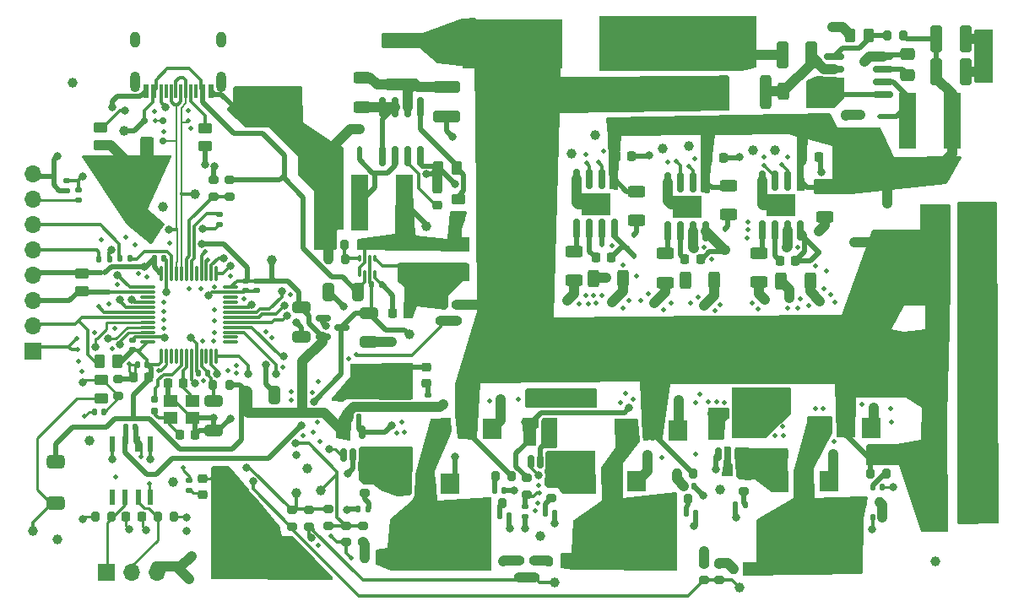
<source format=gtl>
G04 #@! TF.GenerationSoftware,KiCad,Pcbnew,8.0.4-8.0.4-0~ubuntu22.04.1*
G04 #@! TF.CreationDate,2024-09-03T14:14:34+02:00*
G04 #@! TF.ProjectId,bldc_project,626c6463-5f70-4726-9f6a-6563742e6b69,rev?*
G04 #@! TF.SameCoordinates,Original*
G04 #@! TF.FileFunction,Copper,L1,Top*
G04 #@! TF.FilePolarity,Positive*
%FSLAX46Y46*%
G04 Gerber Fmt 4.6, Leading zero omitted, Abs format (unit mm)*
G04 Created by KiCad (PCBNEW 8.0.4-8.0.4-0~ubuntu22.04.1) date 2024-09-03 14:14:34*
%MOMM*%
%LPD*%
G01*
G04 APERTURE LIST*
G04 Aperture macros list*
%AMRoundRect*
0 Rectangle with rounded corners*
0 $1 Rounding radius*
0 $2 $3 $4 $5 $6 $7 $8 $9 X,Y pos of 4 corners*
0 Add a 4 corners polygon primitive as box body*
4,1,4,$2,$3,$4,$5,$6,$7,$8,$9,$2,$3,0*
0 Add four circle primitives for the rounded corners*
1,1,$1+$1,$2,$3*
1,1,$1+$1,$4,$5*
1,1,$1+$1,$6,$7*
1,1,$1+$1,$8,$9*
0 Add four rect primitives between the rounded corners*
20,1,$1+$1,$2,$3,$4,$5,0*
20,1,$1+$1,$4,$5,$6,$7,0*
20,1,$1+$1,$6,$7,$8,$9,0*
20,1,$1+$1,$8,$9,$2,$3,0*%
G04 Aperture macros list end*
G04 #@! TA.AperFunction,SMDPad,CuDef*
%ADD10RoundRect,0.225000X0.225000X0.250000X-0.225000X0.250000X-0.225000X-0.250000X0.225000X-0.250000X0*%
G04 #@! TD*
G04 #@! TA.AperFunction,ComponentPad*
%ADD11R,1.905000X2.000000*%
G04 #@! TD*
G04 #@! TA.AperFunction,ComponentPad*
%ADD12O,1.905000X2.000000*%
G04 #@! TD*
G04 #@! TA.AperFunction,SMDPad,CuDef*
%ADD13RoundRect,0.200000X0.275000X-0.200000X0.275000X0.200000X-0.275000X0.200000X-0.275000X-0.200000X0*%
G04 #@! TD*
G04 #@! TA.AperFunction,ComponentPad*
%ADD14C,1.600000*%
G04 #@! TD*
G04 #@! TA.AperFunction,SMDPad,CuDef*
%ADD15RoundRect,0.140000X0.140000X0.170000X-0.140000X0.170000X-0.140000X-0.170000X0.140000X-0.170000X0*%
G04 #@! TD*
G04 #@! TA.AperFunction,SMDPad,CuDef*
%ADD16RoundRect,0.112500X0.187500X0.112500X-0.187500X0.112500X-0.187500X-0.112500X0.187500X-0.112500X0*%
G04 #@! TD*
G04 #@! TA.AperFunction,SMDPad,CuDef*
%ADD17R,0.600000X1.550000*%
G04 #@! TD*
G04 #@! TA.AperFunction,SMDPad,CuDef*
%ADD18RoundRect,0.250000X1.425000X-0.362500X1.425000X0.362500X-1.425000X0.362500X-1.425000X-0.362500X0*%
G04 #@! TD*
G04 #@! TA.AperFunction,SMDPad,CuDef*
%ADD19RoundRect,0.250000X-0.312500X-0.625000X0.312500X-0.625000X0.312500X0.625000X-0.312500X0.625000X0*%
G04 #@! TD*
G04 #@! TA.AperFunction,SMDPad,CuDef*
%ADD20RoundRect,0.250000X-0.650000X0.325000X-0.650000X-0.325000X0.650000X-0.325000X0.650000X0.325000X0*%
G04 #@! TD*
G04 #@! TA.AperFunction,SMDPad,CuDef*
%ADD21RoundRect,0.135000X-0.185000X0.135000X-0.185000X-0.135000X0.185000X-0.135000X0.185000X0.135000X0*%
G04 #@! TD*
G04 #@! TA.AperFunction,SMDPad,CuDef*
%ADD22RoundRect,0.150000X0.150000X-0.512500X0.150000X0.512500X-0.150000X0.512500X-0.150000X-0.512500X0*%
G04 #@! TD*
G04 #@! TA.AperFunction,SMDPad,CuDef*
%ADD23R,10.000000X5.000000*%
G04 #@! TD*
G04 #@! TA.AperFunction,SMDPad,CuDef*
%ADD24RoundRect,0.250000X0.450000X-0.262500X0.450000X0.262500X-0.450000X0.262500X-0.450000X-0.262500X0*%
G04 #@! TD*
G04 #@! TA.AperFunction,SMDPad,CuDef*
%ADD25RoundRect,0.200000X0.200000X0.275000X-0.200000X0.275000X-0.200000X-0.275000X0.200000X-0.275000X0*%
G04 #@! TD*
G04 #@! TA.AperFunction,SMDPad,CuDef*
%ADD26RoundRect,0.218750X0.218750X0.256250X-0.218750X0.256250X-0.218750X-0.256250X0.218750X-0.256250X0*%
G04 #@! TD*
G04 #@! TA.AperFunction,SMDPad,CuDef*
%ADD27RoundRect,0.200000X-0.275000X0.200000X-0.275000X-0.200000X0.275000X-0.200000X0.275000X0.200000X0*%
G04 #@! TD*
G04 #@! TA.AperFunction,SMDPad,CuDef*
%ADD28RoundRect,0.200000X-0.200000X-0.275000X0.200000X-0.275000X0.200000X0.275000X-0.200000X0.275000X0*%
G04 #@! TD*
G04 #@! TA.AperFunction,SMDPad,CuDef*
%ADD29RoundRect,0.250000X-0.625000X0.312500X-0.625000X-0.312500X0.625000X-0.312500X0.625000X0.312500X0*%
G04 #@! TD*
G04 #@! TA.AperFunction,SMDPad,CuDef*
%ADD30RoundRect,0.050000X-0.100000X0.285000X-0.100000X-0.285000X0.100000X-0.285000X0.100000X0.285000X0*%
G04 #@! TD*
G04 #@! TA.AperFunction,SMDPad,CuDef*
%ADD31RoundRect,0.218750X-0.256250X0.218750X-0.256250X-0.218750X0.256250X-0.218750X0.256250X0.218750X0*%
G04 #@! TD*
G04 #@! TA.AperFunction,SMDPad,CuDef*
%ADD32RoundRect,0.112500X0.112500X-0.187500X0.112500X0.187500X-0.112500X0.187500X-0.112500X-0.187500X0*%
G04 #@! TD*
G04 #@! TA.AperFunction,SMDPad,CuDef*
%ADD33RoundRect,0.140000X-0.140000X-0.170000X0.140000X-0.170000X0.140000X0.170000X-0.140000X0.170000X0*%
G04 #@! TD*
G04 #@! TA.AperFunction,SMDPad,CuDef*
%ADD34RoundRect,0.225000X-0.225000X-0.250000X0.225000X-0.250000X0.225000X0.250000X-0.225000X0.250000X0*%
G04 #@! TD*
G04 #@! TA.AperFunction,SMDPad,CuDef*
%ADD35RoundRect,0.250000X0.325000X0.650000X-0.325000X0.650000X-0.325000X-0.650000X0.325000X-0.650000X0*%
G04 #@! TD*
G04 #@! TA.AperFunction,SMDPad,CuDef*
%ADD36C,1.000000*%
G04 #@! TD*
G04 #@! TA.AperFunction,SMDPad,CuDef*
%ADD37RoundRect,0.250000X1.450000X-0.312500X1.450000X0.312500X-1.450000X0.312500X-1.450000X-0.312500X0*%
G04 #@! TD*
G04 #@! TA.AperFunction,SMDPad,CuDef*
%ADD38RoundRect,0.150000X0.825000X0.150000X-0.825000X0.150000X-0.825000X-0.150000X0.825000X-0.150000X0*%
G04 #@! TD*
G04 #@! TA.AperFunction,SMDPad,CuDef*
%ADD39RoundRect,0.150000X-0.150000X0.825000X-0.150000X-0.825000X0.150000X-0.825000X0.150000X0.825000X0*%
G04 #@! TD*
G04 #@! TA.AperFunction,HeatsinkPad*
%ADD40R,3.000000X2.290000*%
G04 #@! TD*
G04 #@! TA.AperFunction,SMDPad,CuDef*
%ADD41RoundRect,0.250000X1.100000X-0.325000X1.100000X0.325000X-1.100000X0.325000X-1.100000X-0.325000X0*%
G04 #@! TD*
G04 #@! TA.AperFunction,SMDPad,CuDef*
%ADD42R,0.600000X1.450000*%
G04 #@! TD*
G04 #@! TA.AperFunction,SMDPad,CuDef*
%ADD43R,0.300000X1.450000*%
G04 #@! TD*
G04 #@! TA.AperFunction,ComponentPad*
%ADD44O,1.000000X2.100000*%
G04 #@! TD*
G04 #@! TA.AperFunction,ComponentPad*
%ADD45O,1.000000X1.600000*%
G04 #@! TD*
G04 #@! TA.AperFunction,SMDPad,CuDef*
%ADD46RoundRect,0.250000X0.325000X1.100000X-0.325000X1.100000X-0.325000X-1.100000X0.325000X-1.100000X0*%
G04 #@! TD*
G04 #@! TA.AperFunction,SMDPad,CuDef*
%ADD47RoundRect,0.250000X-0.325000X-0.650000X0.325000X-0.650000X0.325000X0.650000X-0.325000X0.650000X0*%
G04 #@! TD*
G04 #@! TA.AperFunction,SMDPad,CuDef*
%ADD48RoundRect,0.250000X0.312500X1.450000X-0.312500X1.450000X-0.312500X-1.450000X0.312500X-1.450000X0*%
G04 #@! TD*
G04 #@! TA.AperFunction,SMDPad,CuDef*
%ADD49RoundRect,0.250000X0.262500X0.450000X-0.262500X0.450000X-0.262500X-0.450000X0.262500X-0.450000X0*%
G04 #@! TD*
G04 #@! TA.AperFunction,SMDPad,CuDef*
%ADD50RoundRect,0.075000X0.075000X-0.662500X0.075000X0.662500X-0.075000X0.662500X-0.075000X-0.662500X0*%
G04 #@! TD*
G04 #@! TA.AperFunction,SMDPad,CuDef*
%ADD51RoundRect,0.075000X0.662500X-0.075000X0.662500X0.075000X-0.662500X0.075000X-0.662500X-0.075000X0*%
G04 #@! TD*
G04 #@! TA.AperFunction,SMDPad,CuDef*
%ADD52RoundRect,0.160000X-0.160000X0.197500X-0.160000X-0.197500X0.160000X-0.197500X0.160000X0.197500X0*%
G04 #@! TD*
G04 #@! TA.AperFunction,SMDPad,CuDef*
%ADD53RoundRect,0.250000X-0.450000X0.262500X-0.450000X-0.262500X0.450000X-0.262500X0.450000X0.262500X0*%
G04 #@! TD*
G04 #@! TA.AperFunction,SMDPad,CuDef*
%ADD54RoundRect,0.250000X-1.100000X0.325000X-1.100000X-0.325000X1.100000X-0.325000X1.100000X0.325000X0*%
G04 #@! TD*
G04 #@! TA.AperFunction,SMDPad,CuDef*
%ADD55RoundRect,0.150000X0.150000X-0.825000X0.150000X0.825000X-0.150000X0.825000X-0.150000X-0.825000X0*%
G04 #@! TD*
G04 #@! TA.AperFunction,SMDPad,CuDef*
%ADD56RoundRect,0.250000X-0.325000X-1.100000X0.325000X-1.100000X0.325000X1.100000X-0.325000X1.100000X0*%
G04 #@! TD*
G04 #@! TA.AperFunction,SMDPad,CuDef*
%ADD57RoundRect,0.175000X0.325000X-0.175000X0.325000X0.175000X-0.325000X0.175000X-0.325000X-0.175000X0*%
G04 #@! TD*
G04 #@! TA.AperFunction,SMDPad,CuDef*
%ADD58RoundRect,0.150000X0.150000X-0.200000X0.150000X0.200000X-0.150000X0.200000X-0.150000X-0.200000X0*%
G04 #@! TD*
G04 #@! TA.AperFunction,SMDPad,CuDef*
%ADD59RoundRect,0.135000X0.135000X0.185000X-0.135000X0.185000X-0.135000X-0.185000X0.135000X-0.185000X0*%
G04 #@! TD*
G04 #@! TA.AperFunction,SMDPad,CuDef*
%ADD60R,1.400000X1.200000*%
G04 #@! TD*
G04 #@! TA.AperFunction,SMDPad,CuDef*
%ADD61RoundRect,0.140000X0.170000X-0.140000X0.170000X0.140000X-0.170000X0.140000X-0.170000X-0.140000X0*%
G04 #@! TD*
G04 #@! TA.AperFunction,SMDPad,CuDef*
%ADD62RoundRect,0.150000X-0.587500X-0.150000X0.587500X-0.150000X0.587500X0.150000X-0.587500X0.150000X0*%
G04 #@! TD*
G04 #@! TA.AperFunction,SMDPad,CuDef*
%ADD63RoundRect,0.337500X-0.562500X0.337500X-0.562500X-0.337500X0.562500X-0.337500X0.562500X0.337500X0*%
G04 #@! TD*
G04 #@! TA.AperFunction,SMDPad,CuDef*
%ADD64R,1.700000X5.700000*%
G04 #@! TD*
G04 #@! TA.AperFunction,SMDPad,CuDef*
%ADD65RoundRect,0.140000X-0.170000X0.140000X-0.170000X-0.140000X0.170000X-0.140000X0.170000X0.140000X0*%
G04 #@! TD*
G04 #@! TA.AperFunction,SMDPad,CuDef*
%ADD66RoundRect,0.250000X-0.475000X0.337500X-0.475000X-0.337500X0.475000X-0.337500X0.475000X0.337500X0*%
G04 #@! TD*
G04 #@! TA.AperFunction,ComponentPad*
%ADD67R,1.700000X1.700000*%
G04 #@! TD*
G04 #@! TA.AperFunction,ComponentPad*
%ADD68O,1.700000X1.700000*%
G04 #@! TD*
G04 #@! TA.AperFunction,SMDPad,CuDef*
%ADD69RoundRect,0.225000X-0.250000X0.225000X-0.250000X-0.225000X0.250000X-0.225000X0.250000X0.225000X0*%
G04 #@! TD*
G04 #@! TA.AperFunction,ComponentPad*
%ADD70C,1.000000*%
G04 #@! TD*
G04 #@! TA.AperFunction,ViaPad*
%ADD71C,0.500000*%
G04 #@! TD*
G04 #@! TA.AperFunction,ViaPad*
%ADD72C,0.800000*%
G04 #@! TD*
G04 #@! TA.AperFunction,ViaPad*
%ADD73C,1.000000*%
G04 #@! TD*
G04 #@! TA.AperFunction,Conductor*
%ADD74C,0.500000*%
G04 #@! TD*
G04 #@! TA.AperFunction,Conductor*
%ADD75C,1.000000*%
G04 #@! TD*
G04 #@! TA.AperFunction,Conductor*
%ADD76C,0.250000*%
G04 #@! TD*
G04 #@! TA.AperFunction,Conductor*
%ADD77C,0.300000*%
G04 #@! TD*
G04 #@! TA.AperFunction,Conductor*
%ADD78C,0.200000*%
G04 #@! TD*
G04 APERTURE END LIST*
D10*
X55125000Y-117500000D03*
X53575000Y-117500000D03*
D11*
X127540000Y-122592500D03*
D12*
X125000000Y-122592500D03*
X122460000Y-122592500D03*
D13*
X52075000Y-119300000D03*
X52075000Y-117650000D03*
D14*
X132500000Y-105300000D03*
X137500000Y-105300000D03*
D15*
X61030000Y-117025000D03*
X60070000Y-117025000D03*
D16*
X128550000Y-91300000D03*
X126450000Y-91300000D03*
D17*
X55285000Y-124125000D03*
X54015000Y-124125000D03*
X52745000Y-124125000D03*
X51475000Y-124125000D03*
X51475000Y-129525000D03*
X52745000Y-129525000D03*
X54080000Y-129525000D03*
X55285000Y-129525000D03*
D18*
X79800000Y-125075000D03*
X79800000Y-119150000D03*
D19*
X118537500Y-107800000D03*
X121462500Y-107800000D03*
D14*
X133000000Y-127300000D03*
X138000000Y-127300000D03*
D20*
X61650000Y-119875000D03*
X61650000Y-122825000D03*
D21*
X83100000Y-119240000D03*
X83100000Y-120260000D03*
D22*
X93427500Y-125910000D03*
X94377500Y-125910000D03*
X95327500Y-125910000D03*
X95327500Y-123635000D03*
X93427500Y-123635000D03*
D23*
X84500000Y-134400000D03*
D24*
X50350000Y-119562500D03*
X50350000Y-117737500D03*
D25*
X91525000Y-127400000D03*
X89875000Y-127400000D03*
D26*
X81187500Y-111000000D03*
X79612500Y-111000000D03*
D27*
X86000000Y-110175000D03*
X86000000Y-111825000D03*
D28*
X129175000Y-83200000D03*
X130825000Y-83200000D03*
D13*
X93800000Y-137525000D03*
X93800000Y-135875000D03*
D29*
X97800000Y-104837500D03*
X97800000Y-107762500D03*
D19*
X99737500Y-107600000D03*
X102662500Y-107600000D03*
D30*
X77812500Y-105545000D03*
X77312500Y-105545000D03*
X76812500Y-105545000D03*
X76312500Y-105545000D03*
X76312500Y-107025000D03*
X76812500Y-107025000D03*
X77312500Y-107025000D03*
X77812500Y-107025000D03*
D18*
X117600000Y-125200000D03*
X117600000Y-119275000D03*
D28*
X95275000Y-135900000D03*
X96925000Y-135900000D03*
D31*
X60550000Y-127662500D03*
X60550000Y-129237500D03*
D27*
X76600000Y-132375000D03*
X76600000Y-134025000D03*
D32*
X103800000Y-105250000D03*
X103800000Y-103150000D03*
D33*
X89777500Y-128817500D03*
X90737500Y-128817500D03*
D23*
X121362500Y-134435000D03*
D28*
X127475000Y-127137500D03*
X129125000Y-127137500D03*
D34*
X52850000Y-131475000D03*
X54400000Y-131475000D03*
D33*
X75200000Y-121492500D03*
X76160000Y-121492500D03*
D25*
X74812500Y-105645000D03*
X73162500Y-105645000D03*
D33*
X90297500Y-131400000D03*
X91257500Y-131400000D03*
D35*
X76100000Y-108900000D03*
X73150000Y-108900000D03*
D27*
X114762500Y-127285000D03*
X114762500Y-128935000D03*
D25*
X57675000Y-131475000D03*
X56025000Y-131475000D03*
D21*
X92900000Y-130400000D03*
X92900000Y-131420000D03*
D36*
X134050000Y-135900000D03*
D33*
X109020000Y-131100000D03*
X109980000Y-131100000D03*
D37*
X80536000Y-88111500D03*
X80536000Y-83836500D03*
D20*
X77200000Y-111000000D03*
X77200000Y-113950000D03*
D11*
X108177500Y-122772500D03*
D12*
X105637500Y-122772500D03*
X103097500Y-122772500D03*
D34*
X111225000Y-95500000D03*
X112775000Y-95500000D03*
D27*
X92300000Y-135875000D03*
X92300000Y-137525000D03*
D38*
X128800000Y-89100000D03*
X128800000Y-87830000D03*
X128800000Y-86560000D03*
X128800000Y-85290000D03*
X123850000Y-85290000D03*
X123850000Y-86560000D03*
X123850000Y-87830000D03*
X123850000Y-89100000D03*
D15*
X77082500Y-130717500D03*
X76122500Y-130717500D03*
X50655000Y-120925000D03*
X49695000Y-120925000D03*
D27*
X84400000Y-110175000D03*
X84400000Y-111825000D03*
D28*
X61575000Y-118250000D03*
X63225000Y-118250000D03*
D39*
X101845000Y-97617500D03*
X100575000Y-97617500D03*
X99305000Y-97617500D03*
X98035000Y-97617500D03*
X98035000Y-102567500D03*
X99305000Y-102567500D03*
X100575000Y-102567500D03*
X101845000Y-102567500D03*
D40*
X99940000Y-100092500D03*
D27*
X76802500Y-127417500D03*
X76802500Y-129067500D03*
D23*
X91600000Y-84000000D03*
D41*
X85900000Y-107175000D03*
X85900000Y-104225000D03*
D42*
X61350000Y-88745000D03*
X60550000Y-88745000D03*
D43*
X59350000Y-88745000D03*
X58350000Y-88745000D03*
X57850000Y-88745000D03*
X56850000Y-88745000D03*
D42*
X55650000Y-88745000D03*
X54850000Y-88745000D03*
X54850000Y-88745000D03*
X55650000Y-88745000D03*
D43*
X56350000Y-88745000D03*
X57350000Y-88745000D03*
X58850000Y-88745000D03*
X59850000Y-88745000D03*
D42*
X60550000Y-88745000D03*
X61350000Y-88745000D03*
D44*
X62420000Y-87830000D03*
D45*
X62420000Y-83650000D03*
D44*
X53780000Y-87830000D03*
D45*
X53780000Y-83650000D03*
D28*
X76775000Y-135600000D03*
X78425000Y-135600000D03*
D46*
X121600000Y-85150000D03*
X118650000Y-85150000D03*
D47*
X64775000Y-119275000D03*
X67725000Y-119275000D03*
D22*
X74667500Y-125255000D03*
X75617500Y-125255000D03*
X76567500Y-125255000D03*
X76567500Y-122980000D03*
X74667500Y-122980000D03*
D48*
X117000000Y-88900000D03*
X112725000Y-88900000D03*
D29*
X113300000Y-98237500D03*
X113300000Y-101162500D03*
D28*
X126775000Y-130000000D03*
X128425000Y-130000000D03*
D49*
X86012500Y-96500000D03*
X84187500Y-96500000D03*
D50*
X56400000Y-115362500D03*
X56900000Y-115362500D03*
X57400000Y-115362500D03*
X57900000Y-115362500D03*
X58400000Y-115362500D03*
X58900000Y-115362500D03*
X59400000Y-115362500D03*
X59900000Y-115362500D03*
X60400000Y-115362500D03*
X60900000Y-115362500D03*
X61400000Y-115362500D03*
X61900000Y-115362500D03*
D51*
X63312500Y-113950000D03*
X63312500Y-113450000D03*
X63312500Y-112950000D03*
X63312500Y-112450000D03*
X63312500Y-111950000D03*
X63312500Y-111450000D03*
X63312500Y-110950000D03*
X63312500Y-110450000D03*
X63312500Y-109950000D03*
X63312500Y-109450000D03*
X63312500Y-108950000D03*
X63312500Y-108450000D03*
D50*
X61900000Y-107037500D03*
X61400000Y-107037500D03*
X60900000Y-107037500D03*
X60400000Y-107037500D03*
X59900000Y-107037500D03*
X59400000Y-107037500D03*
X58900000Y-107037500D03*
X58400000Y-107037500D03*
X57900000Y-107037500D03*
X57400000Y-107037500D03*
X56900000Y-107037500D03*
X56400000Y-107037500D03*
D51*
X54987500Y-108450000D03*
X54987500Y-108950000D03*
X54987500Y-109450000D03*
X54987500Y-109950000D03*
X54987500Y-110450000D03*
X54987500Y-110950000D03*
X54987500Y-111450000D03*
X54987500Y-111950000D03*
X54987500Y-112450000D03*
X54987500Y-112950000D03*
X54987500Y-113450000D03*
X54987500Y-113950000D03*
D24*
X50250000Y-94212500D03*
X50250000Y-92387500D03*
D36*
X46000000Y-133750000D03*
D49*
X127325000Y-83200000D03*
X125500000Y-83200000D03*
D13*
X73100000Y-132350000D03*
X73100000Y-130700000D03*
D11*
X104077500Y-127917500D03*
D12*
X101537500Y-127917500D03*
X98997500Y-127917500D03*
D27*
X95462500Y-127955000D03*
X95462500Y-129605000D03*
D11*
X85350000Y-128150000D03*
D12*
X82810000Y-128150000D03*
X80270000Y-128150000D03*
D13*
X71230000Y-132425000D03*
X71230000Y-130775000D03*
D10*
X101520000Y-105487500D03*
X99970000Y-105487500D03*
D27*
X63200000Y-97675000D03*
X63200000Y-99325000D03*
D13*
X112300000Y-137825000D03*
X112300000Y-136175000D03*
D15*
X128680000Y-131500000D03*
X127720000Y-131500000D03*
D52*
X55700000Y-119702500D03*
X55700000Y-120897500D03*
D33*
X113045000Y-121110000D03*
X114005000Y-121110000D03*
D53*
X48450000Y-107037500D03*
X48450000Y-108862500D03*
D54*
X85020000Y-88385000D03*
X85020000Y-91335000D03*
D55*
X78530000Y-95300000D03*
X79800000Y-95300000D03*
X81070000Y-95300000D03*
X82340000Y-95300000D03*
X82340000Y-90350000D03*
X81070000Y-90350000D03*
X79800000Y-90350000D03*
X78530000Y-90350000D03*
D11*
X89580000Y-122655000D03*
D12*
X87040000Y-122655000D03*
X84500000Y-122655000D03*
D29*
X116300000Y-105000000D03*
X116300000Y-107925000D03*
D56*
X134125000Y-83500000D03*
X137075000Y-83500000D03*
D25*
X51400000Y-131475000D03*
X49750000Y-131475000D03*
D10*
X59775000Y-123200000D03*
X58225000Y-123200000D03*
D32*
X122300000Y-104950000D03*
X122300000Y-102850000D03*
D34*
X120750000Y-95350000D03*
X122300000Y-95350000D03*
D14*
X132600000Y-116300000D03*
X137600000Y-116300000D03*
D33*
X94882500Y-131080000D03*
X95842500Y-131080000D03*
D21*
X62200000Y-101140000D03*
X62200000Y-102160000D03*
D23*
X108300000Y-84000000D03*
D57*
X54850000Y-93750000D03*
D58*
X56550000Y-93750000D03*
X56550000Y-91750000D03*
X54650000Y-91750000D03*
D10*
X110450000Y-105600000D03*
X108900000Y-105600000D03*
D33*
X108820000Y-128400000D03*
X109780000Y-128400000D03*
D59*
X53220000Y-105550000D03*
X52200000Y-105550000D03*
D21*
X59150000Y-127790000D03*
X59150000Y-128810000D03*
D36*
X47500000Y-87900000D03*
D10*
X119975000Y-105800000D03*
X118425000Y-105800000D03*
D29*
X76500000Y-87437500D03*
X76500000Y-90362500D03*
D60*
X59500000Y-119850000D03*
X57300000Y-119850000D03*
X57300000Y-121550000D03*
X59500000Y-121550000D03*
D59*
X51170000Y-105600000D03*
X50150000Y-105600000D03*
D29*
X106900000Y-105037500D03*
X106900000Y-107962500D03*
D15*
X54930000Y-116200000D03*
X53970000Y-116200000D03*
D61*
X53475000Y-114705000D03*
X53475000Y-113745000D03*
D62*
X72600000Y-111525000D03*
X72600000Y-113425000D03*
X74475000Y-112475000D03*
D63*
X45800000Y-125925000D03*
X45800000Y-130075000D03*
D28*
X88892500Y-130117500D03*
X90542500Y-130117500D03*
D31*
X83000000Y-116462500D03*
X83000000Y-118037500D03*
D64*
X80750000Y-99950000D03*
X76250000Y-99950000D03*
D34*
X102025000Y-95262500D03*
X103575000Y-95262500D03*
D32*
X76250000Y-94650000D03*
X76250000Y-92550000D03*
D24*
X60800000Y-94312500D03*
X60800000Y-92487500D03*
D64*
X135700000Y-91750000D03*
X131200000Y-91750000D03*
D34*
X57025000Y-118075000D03*
X58575000Y-118075000D03*
D65*
X46850000Y-97770000D03*
X46850000Y-98730000D03*
D33*
X93837500Y-122010000D03*
X94797500Y-122010000D03*
X52820000Y-122475000D03*
X53780000Y-122475000D03*
D49*
X52012500Y-115900000D03*
X50187500Y-115900000D03*
D59*
X78510000Y-108200000D03*
X77490000Y-108200000D03*
D65*
X64850000Y-107820000D03*
X64850000Y-108780000D03*
D21*
X48050000Y-98640000D03*
X48050000Y-99660000D03*
D66*
X131200000Y-85062500D03*
X131200000Y-87137500D03*
D39*
X111000000Y-97880000D03*
X109730000Y-97880000D03*
X108460000Y-97880000D03*
X107190000Y-97880000D03*
X107190000Y-102830000D03*
X108460000Y-102830000D03*
X109730000Y-102830000D03*
X111000000Y-102830000D03*
D40*
X109095000Y-100355000D03*
D33*
X55695000Y-105525000D03*
X56655000Y-105525000D03*
D25*
X109725000Y-127117500D03*
X108075000Y-127117500D03*
D53*
X86200000Y-99587500D03*
X86200000Y-101412500D03*
D22*
X112265000Y-125147500D03*
X113215000Y-125147500D03*
X114165000Y-125147500D03*
X114165000Y-122872500D03*
X112265000Y-122872500D03*
D65*
X65950000Y-107820000D03*
X65950000Y-108780000D03*
D13*
X74900000Y-134025000D03*
X74900000Y-132375000D03*
D15*
X114942500Y-130300000D03*
X113982500Y-130300000D03*
D18*
X98100000Y-125525000D03*
X98100000Y-119600000D03*
D54*
X82600000Y-104225000D03*
X82600000Y-107175000D03*
D32*
X112930000Y-104650000D03*
X112930000Y-102550000D03*
D39*
X120455000Y-97755000D03*
X119185000Y-97755000D03*
X117915000Y-97755000D03*
X116645000Y-97755000D03*
X116645000Y-102705000D03*
X117915000Y-102705000D03*
X119185000Y-102705000D03*
X120455000Y-102705000D03*
D40*
X118550000Y-100230000D03*
D46*
X137075000Y-86800000D03*
X134125000Y-86800000D03*
D19*
X108937500Y-107700000D03*
X111862500Y-107700000D03*
D25*
X76412500Y-104145000D03*
X74762500Y-104145000D03*
D13*
X61600000Y-99325000D03*
X61600000Y-97675000D03*
D67*
X50900000Y-137000000D03*
D68*
X53440000Y-137000000D03*
X55980000Y-137000000D03*
D33*
X127720000Y-128500000D03*
X128680000Y-128500000D03*
D13*
X69500000Y-132450000D03*
X69500000Y-130800000D03*
D27*
X110800000Y-136175000D03*
X110800000Y-137825000D03*
D23*
X102900000Y-134200000D03*
D13*
X93000000Y-129225000D03*
X93000000Y-127575000D03*
D11*
X123377500Y-127872500D03*
D12*
X120837500Y-127872500D03*
X118297500Y-127872500D03*
D67*
X43500000Y-114890000D03*
D68*
X43500000Y-112350000D03*
X43500000Y-109810000D03*
X43500000Y-107270000D03*
X43500000Y-104730000D03*
X43500000Y-102190000D03*
X43500000Y-99650000D03*
X43500000Y-97110000D03*
D69*
X84100000Y-98625000D03*
X84100000Y-100175000D03*
D19*
X118775000Y-88800000D03*
X121700000Y-88800000D03*
D29*
X122900000Y-98437500D03*
X122900000Y-101362500D03*
D28*
X107575000Y-129672500D03*
X109225000Y-129672500D03*
D29*
X104000000Y-98837500D03*
X104000000Y-101762500D03*
D20*
X70400000Y-110425000D03*
X70400000Y-113375000D03*
D28*
X113775000Y-136700000D03*
X115425000Y-136700000D03*
D70*
X49200000Y-123800000D03*
X81300000Y-113200000D03*
X117900000Y-94700000D03*
X94400000Y-133400000D03*
X43500000Y-132850000D03*
X114350000Y-138550000D03*
X129200000Y-100050000D03*
X52650000Y-92750000D03*
X71050000Y-126600000D03*
X95800000Y-138050000D03*
X59750000Y-99100000D03*
X115700000Y-94700000D03*
X97500000Y-95050000D03*
X56550000Y-100350000D03*
X57600000Y-128000000D03*
X67500000Y-105700000D03*
X99900000Y-93200000D03*
X109250000Y-94300000D03*
X72400000Y-128800000D03*
X82950000Y-102300000D03*
X125900000Y-103950000D03*
X69900000Y-129100000D03*
X106650000Y-94550000D03*
X112400000Y-128700000D03*
D71*
X102950000Y-119100000D03*
X104050000Y-107350000D03*
X110400000Y-119200000D03*
D72*
X80600000Y-107650000D03*
D71*
X111900000Y-110800000D03*
X116200000Y-110600000D03*
X122750000Y-120600000D03*
X48000000Y-114700000D03*
X118700000Y-122400000D03*
X111200000Y-119950000D03*
D72*
X139300000Y-104500000D03*
X125000000Y-91200000D03*
X74700000Y-110400000D03*
D71*
X61700000Y-111800000D03*
D72*
X138500000Y-114900000D03*
D71*
X59300000Y-92500000D03*
X56600000Y-92800000D03*
D72*
X138000000Y-103700000D03*
X139300000Y-126400000D03*
D71*
X75200000Y-115600000D03*
X99000000Y-95100000D03*
X106550000Y-125500000D03*
X76450000Y-116500000D03*
D72*
X84400000Y-109200000D03*
D71*
X103300000Y-109800000D03*
X60350000Y-108550000D03*
X126650000Y-120200000D03*
X48700000Y-121375000D03*
D72*
X100700000Y-100700000D03*
D71*
X51825000Y-127450000D03*
D72*
X63300000Y-121600000D03*
X117600000Y-122000000D03*
D71*
X51150000Y-110150000D03*
D72*
X75100000Y-127100000D03*
X79500000Y-113950000D03*
X79700000Y-117900000D03*
D71*
X115200000Y-101900000D03*
X129550000Y-120650000D03*
X55900000Y-102750000D03*
D72*
X63800000Y-90400000D03*
D71*
X80800000Y-122950000D03*
D73*
X114700000Y-85800000D03*
D71*
X54900000Y-107400000D03*
X104500000Y-109800000D03*
D72*
X58900000Y-132900000D03*
X66843563Y-116222240D03*
D71*
X123550000Y-109150000D03*
D72*
X81500000Y-109200001D03*
D71*
X94150000Y-130050000D03*
X103700000Y-119650000D03*
X100700000Y-94800000D03*
X101600000Y-104300000D03*
D72*
X123700000Y-82350000D03*
X83000000Y-97100000D03*
D71*
X72050000Y-122000000D03*
X99750000Y-109250000D03*
X112050000Y-119900000D03*
D72*
X127700000Y-132700000D03*
D71*
X109950000Y-125150000D03*
D72*
X105300000Y-95200000D03*
X117900000Y-100800000D03*
D71*
X115150000Y-103500000D03*
D72*
X114400000Y-95400000D03*
X85800000Y-98100000D03*
X136800000Y-117500000D03*
X138900000Y-85700000D03*
D71*
X89300000Y-119850000D03*
X48450000Y-116925000D03*
X106750000Y-110700000D03*
X53750000Y-104200000D03*
X100550000Y-109250000D03*
X111600000Y-105600000D03*
X75600000Y-116500000D03*
X100000000Y-110050000D03*
X123100000Y-106850000D03*
D72*
X136900000Y-114800000D03*
X56750000Y-113500000D03*
X136900000Y-107000000D03*
X85616000Y-93340000D03*
D71*
X107550000Y-110050000D03*
D72*
X94000000Y-119700000D03*
D71*
X121950000Y-120600000D03*
D72*
X80800000Y-117900000D03*
D71*
X54100000Y-107100000D03*
X115600000Y-110000000D03*
D72*
X137900000Y-117900000D03*
D71*
X52850000Y-103450000D03*
X94200000Y-128300000D03*
D72*
X69900000Y-125300000D03*
X138900000Y-86900000D03*
X137900000Y-128900000D03*
D73*
X101800000Y-82100000D03*
D72*
X126900000Y-85800000D03*
X59300000Y-113500000D03*
D71*
X72300000Y-123950000D03*
D72*
X82800000Y-109200000D03*
X139100000Y-117400000D03*
D71*
X80500000Y-121950000D03*
X73400000Y-133400000D03*
D72*
X61600000Y-121500000D03*
D73*
X114700000Y-83400000D03*
D72*
X139400000Y-116000000D03*
X138900000Y-84600000D03*
D71*
X75400000Y-135600000D03*
X109850000Y-95550000D03*
X67500000Y-113500000D03*
D72*
X95300000Y-119700000D03*
D71*
X107200000Y-95900000D03*
D72*
X73000000Y-104300000D03*
D71*
X119200000Y-110500000D03*
D73*
X101800000Y-84700000D03*
X101800000Y-83400000D03*
D71*
X61700000Y-110700000D03*
D73*
X101800000Y-85900000D03*
D71*
X48050000Y-115900000D03*
X123850000Y-123950000D03*
D72*
X100600000Y-99600000D03*
D73*
X114700000Y-82100000D03*
D71*
X51450000Y-114600000D03*
X77350000Y-116500000D03*
X122000000Y-106300000D03*
X120500000Y-109600000D03*
X117950000Y-123300000D03*
X122800000Y-108550000D03*
D72*
X109800000Y-99800000D03*
D71*
X52000000Y-108200000D03*
X63900000Y-116250000D03*
D72*
X119300000Y-100800000D03*
D71*
X60550000Y-113800000D03*
X53150000Y-116150000D03*
X123900000Y-109900000D03*
X61700000Y-108400000D03*
X110000000Y-120050000D03*
D72*
X69911744Y-111950000D03*
X139100000Y-128600000D03*
D71*
X93900000Y-130850000D03*
X119200000Y-95400000D03*
X55225000Y-128150000D03*
D72*
X114000000Y-131500000D03*
D71*
X68600000Y-116450000D03*
D72*
X117000000Y-85100000D03*
D71*
X109500000Y-110000000D03*
D72*
X129800000Y-128500000D03*
D71*
X110200000Y-109400000D03*
X120200000Y-104400000D03*
X112875000Y-120000000D03*
X57250000Y-104000000D03*
D72*
X91300000Y-132600000D03*
X119300000Y-99600000D03*
D71*
X120200000Y-110500000D03*
D72*
X79450000Y-122300000D03*
D71*
X115200000Y-102700000D03*
D72*
X117800000Y-99600000D03*
D71*
X71500735Y-118999265D03*
X118800000Y-123300000D03*
D72*
X52900000Y-95800000D03*
X138900000Y-83400000D03*
D71*
X69450000Y-119800000D03*
X73925000Y-119550000D03*
D72*
X65400000Y-136300000D03*
X95800000Y-132100000D03*
X56900000Y-108900000D03*
X54850000Y-132775000D03*
X108200000Y-99800000D03*
D71*
X63100000Y-116800000D03*
X112450000Y-110200000D03*
D72*
X92900000Y-132600000D03*
D71*
X47900000Y-113600000D03*
X50350000Y-103650000D03*
D72*
X59400000Y-135400000D03*
D71*
X56650000Y-111700000D03*
X56250000Y-101950000D03*
D72*
X91800000Y-128800000D03*
X51500000Y-90400000D03*
D71*
X49700000Y-113000000D03*
D72*
X63800000Y-128050000D03*
D73*
X114700000Y-84600000D03*
D71*
X69400000Y-118875000D03*
X102450000Y-120000000D03*
X129650000Y-121950000D03*
D72*
X113100000Y-126800000D03*
D71*
X56650000Y-112550000D03*
X60600000Y-117800000D03*
X72100000Y-117875000D03*
X69300000Y-109200000D03*
X98950000Y-109250000D03*
X121300000Y-110300000D03*
X56650000Y-109900000D03*
X59100000Y-90700000D03*
X102700000Y-106200000D03*
D72*
X99200000Y-99500000D03*
D71*
X98300000Y-110100000D03*
D72*
X54800000Y-95700000D03*
D71*
X72157532Y-134350000D03*
D72*
X99100000Y-100700000D03*
X136800000Y-126000000D03*
D71*
X105200000Y-109100000D03*
X102700000Y-110500000D03*
D72*
X136800000Y-128500000D03*
D71*
X63950000Y-117050000D03*
D72*
X60800000Y-96100000D03*
X109900000Y-100900000D03*
X95700000Y-122100000D03*
D71*
X80000000Y-123050000D03*
X99200000Y-110150000D03*
X92150000Y-119700000D03*
X55700000Y-90800000D03*
D72*
X45925000Y-95275000D03*
X61100000Y-109300000D03*
D71*
X61600000Y-113800000D03*
X56650000Y-110850000D03*
D72*
X136800000Y-103700000D03*
X138300000Y-125800000D03*
X122600000Y-96900000D03*
D71*
X116800000Y-95400000D03*
X59200000Y-108550000D03*
D72*
X63050000Y-126950000D03*
X75000000Y-130800000D03*
X61700000Y-96300000D03*
D71*
X64700000Y-109600000D03*
D72*
X116600000Y-122800000D03*
X110800000Y-134900000D03*
D71*
X51750000Y-112600000D03*
X69500000Y-133900000D03*
D72*
X109800000Y-132400000D03*
D71*
X110800000Y-104400000D03*
D72*
X138200000Y-106800000D03*
D71*
X70600000Y-123300000D03*
X54350000Y-125475000D03*
X71650000Y-123000000D03*
D72*
X90700000Y-135900000D03*
X139200000Y-105900000D03*
X110700000Y-129300000D03*
X115800000Y-121300000D03*
X108400000Y-100900000D03*
X72900000Y-112350000D03*
D71*
X63350000Y-107350000D03*
D72*
X59175000Y-137725000D03*
D71*
X66900000Y-112900000D03*
X61700000Y-112950000D03*
D72*
X103300000Y-120550000D03*
X111700000Y-121100000D03*
X92900000Y-122000000D03*
X84650000Y-120150000D03*
X60450000Y-104100000D03*
X54700000Y-106370000D03*
X49800000Y-114450000D03*
X48525000Y-117975000D03*
X71700000Y-119900000D03*
X70400000Y-122300000D03*
X48500000Y-97300000D03*
X59800000Y-118100000D03*
X57100000Y-102700000D03*
X60500000Y-102600000D03*
X52700000Y-90700000D03*
X56824085Y-90354709D03*
X127850000Y-120500000D03*
X122450000Y-109850000D03*
X116900000Y-109700000D03*
X123800000Y-125200000D03*
X108250000Y-119800000D03*
X110800000Y-110300000D03*
X105800000Y-110000000D03*
X105150000Y-125300000D03*
X97100000Y-109800000D03*
X85850000Y-125400000D03*
X101600000Y-109900000D03*
X90400000Y-119650000D03*
X119400000Y-109500000D03*
X119100000Y-104400000D03*
X108937500Y-107700000D03*
X109800000Y-104500000D03*
X65100000Y-117100000D03*
X65569669Y-127930331D03*
X62000000Y-117100000D03*
X64900000Y-126500000D03*
D71*
X60800000Y-104900000D03*
X75950000Y-115200000D03*
X61000000Y-105700000D03*
X94300000Y-129100000D03*
D72*
X52000000Y-107220000D03*
X51369669Y-104730331D03*
D71*
X118636250Y-96163750D03*
D72*
X69010661Y-111289339D03*
X68700000Y-110300000D03*
D71*
X116800000Y-96200000D03*
D72*
X68500000Y-108800000D03*
D71*
X109285000Y-96315000D03*
X50100000Y-110400000D03*
X108060576Y-95830000D03*
X100200000Y-95900000D03*
D72*
X52207719Y-109675965D03*
X53416364Y-109700000D03*
D71*
X99010000Y-95990000D03*
D72*
X62600000Y-105500000D03*
X112000000Y-126700000D03*
X94219669Y-127319669D03*
X63300000Y-106300000D03*
X73200000Y-124700000D03*
X65400000Y-110200000D03*
X51050000Y-113600000D03*
X51475000Y-125650000D03*
X52237569Y-114200000D03*
X55300000Y-125650000D03*
D71*
X100575000Y-104195000D03*
D72*
X101000000Y-107500000D03*
X58875000Y-131500000D03*
X53150000Y-132700000D03*
X48475000Y-131725000D03*
D71*
X59100000Y-91700000D03*
X55800000Y-91700000D03*
D72*
X69801041Y-124101041D03*
X68619669Y-115380331D03*
X67900000Y-117100000D03*
X71405331Y-133594669D03*
D71*
X58600000Y-126500000D03*
X56153531Y-116803531D03*
D74*
X134125000Y-83500000D02*
X131125000Y-83500000D01*
X101850000Y-95262500D02*
X101850000Y-97612500D01*
D75*
X135700000Y-89050000D02*
X134125000Y-87475000D01*
D74*
X131125000Y-83500000D02*
X130825000Y-83200000D01*
X111050000Y-97830000D02*
X111000000Y-97880000D01*
D75*
X129200000Y-98150000D02*
X128950000Y-97900000D01*
D74*
X104000000Y-98837500D02*
X103065000Y-98837500D01*
X111050000Y-95500000D02*
X111050000Y-97830000D01*
X121137500Y-98437500D02*
X120455000Y-97755000D01*
X111000000Y-97880000D02*
X111570000Y-98450000D01*
D75*
X129200000Y-100050000D02*
X129200000Y-98150000D01*
D74*
X120575000Y-97635000D02*
X120455000Y-97755000D01*
D75*
X135700000Y-95000000D02*
X133850000Y-96850000D01*
D74*
X122900000Y-98437500D02*
X121137500Y-98437500D01*
X134125000Y-86800000D02*
X134125000Y-83500000D01*
D75*
X134125000Y-87475000D02*
X134125000Y-86800000D01*
D74*
X103065000Y-98837500D02*
X101845000Y-97617500D01*
D75*
X135700000Y-91750000D02*
X135700000Y-89050000D01*
X135700000Y-91750000D02*
X135700000Y-95000000D01*
D74*
X111570000Y-98450000D02*
X112987500Y-98450000D01*
X120575000Y-95350000D02*
X120575000Y-97635000D01*
X101850000Y-97612500D02*
X101845000Y-97617500D01*
D76*
X49150000Y-120925000D02*
X49665000Y-120925000D01*
D74*
X113982500Y-130300000D02*
X113982500Y-131482500D01*
D75*
X50250000Y-94212500D02*
X51312500Y-94212500D01*
D74*
X105237500Y-95262500D02*
X105300000Y-95200000D01*
X76567500Y-122980000D02*
X78770000Y-122980000D01*
D75*
X90725000Y-135875000D02*
X90700000Y-135900000D01*
X114700000Y-85800000D02*
X115400000Y-85100000D01*
X126450000Y-91150000D02*
X125050000Y-91150000D01*
X128800000Y-85290000D02*
X127410000Y-85290000D01*
D74*
X61600000Y-97675000D02*
X61600000Y-96300000D01*
D75*
X84100000Y-96587500D02*
X84187500Y-96500000D01*
D76*
X60600000Y-127662500D02*
X61287500Y-127662500D01*
D74*
X113982500Y-131482500D02*
X114000000Y-131500000D01*
X45925000Y-95275000D02*
X45600000Y-95600000D01*
X85020000Y-92744000D02*
X85616000Y-93340000D01*
D76*
X53200000Y-116200000D02*
X53150000Y-116150000D01*
D74*
X66843563Y-118168563D02*
X67375000Y-118700000D01*
X76122500Y-130717500D02*
X75082500Y-130717500D01*
X122475000Y-96775000D02*
X122600000Y-96900000D01*
D75*
X110800000Y-136175000D02*
X110800000Y-134900000D01*
D74*
X122475000Y-95350000D02*
X122475000Y-96775000D01*
D75*
X137075000Y-86800000D02*
X138800000Y-86800000D01*
D74*
X53810000Y-123920000D02*
X54015000Y-124125000D01*
D75*
X114165000Y-122872500D02*
X114227500Y-122872500D01*
X116645000Y-97755000D02*
X116645000Y-100145000D01*
D74*
X52000000Y-89300000D02*
X54295000Y-89300000D01*
X94377500Y-125910000D02*
X94377500Y-124585000D01*
D75*
X114165000Y-122872500D02*
X116527500Y-122872500D01*
D76*
X54350000Y-125475000D02*
X54350000Y-124060000D01*
D74*
X72562500Y-111500000D02*
X72562500Y-112012500D01*
X82545000Y-96275000D02*
X83962500Y-96275000D01*
X84200000Y-96500000D02*
X85800000Y-98100000D01*
D77*
X59900000Y-116885000D02*
X60040000Y-117025000D01*
D74*
X62400000Y-89100000D02*
X61705000Y-89100000D01*
D75*
X125362500Y-83200000D02*
X125362500Y-82987500D01*
D74*
X82600000Y-106775000D02*
X81475000Y-106775000D01*
X59550000Y-121500000D02*
X59500000Y-121550000D01*
D75*
X92300000Y-135875000D02*
X90725000Y-135875000D01*
D74*
X57025000Y-119575000D02*
X57300000Y-119850000D01*
D75*
X73162500Y-105645000D02*
X73162500Y-104462500D01*
X117000000Y-85100000D02*
X118762500Y-85100000D01*
D77*
X53740000Y-113450000D02*
X54987500Y-113450000D01*
D75*
X127410000Y-85290000D02*
X126900000Y-85800000D01*
D74*
X84187500Y-96500000D02*
X84200000Y-96500000D01*
X62075000Y-122825000D02*
X63300000Y-121600000D01*
X81375000Y-111000000D02*
X81375000Y-109325001D01*
X84400000Y-110175000D02*
X84400000Y-109200000D01*
D75*
X107190000Y-97880000D02*
X107190000Y-99790000D01*
X125050000Y-91150000D02*
X125000000Y-91200000D01*
D74*
X61705000Y-89100000D02*
X61350000Y-88745000D01*
X45450000Y-97300000D02*
X43690000Y-97300000D01*
X82600000Y-106775000D02*
X82600000Y-109000000D01*
D75*
X59400000Y-135400000D02*
X58325000Y-136475000D01*
D77*
X77812500Y-105545000D02*
X78567500Y-106300000D01*
D74*
X76190000Y-122602500D02*
X76567500Y-122980000D01*
D75*
X84100000Y-98350000D02*
X84100000Y-96587500D01*
D76*
X53775000Y-117500000D02*
X53775000Y-116365000D01*
D75*
X115400000Y-85100000D02*
X117000000Y-85100000D01*
D76*
X54550000Y-131475000D02*
X54550000Y-132475000D01*
D77*
X56900000Y-105740000D02*
X56900000Y-107037500D01*
D74*
X109980000Y-132220000D02*
X109800000Y-132400000D01*
X73100000Y-108800000D02*
X74700000Y-110400000D01*
D75*
X138800000Y-83500000D02*
X138900000Y-83400000D01*
D77*
X74025000Y-134025000D02*
X73400000Y-133400000D01*
X59400000Y-121550000D02*
X59500000Y-121550000D01*
D75*
X80800000Y-117900000D02*
X80800000Y-118547500D01*
D74*
X81475000Y-106775000D02*
X80600000Y-107650000D01*
D76*
X56225000Y-136125000D02*
X56050000Y-136300000D01*
D74*
X66843563Y-116222240D02*
X66843563Y-118168563D01*
X109800000Y-128400000D02*
X110700000Y-129300000D01*
D75*
X137075000Y-83500000D02*
X138800000Y-83500000D01*
D74*
X85020000Y-91335000D02*
X85020000Y-92744000D01*
D77*
X78567500Y-106300000D02*
X80200000Y-106300000D01*
D74*
X76190000Y-121492500D02*
X76190000Y-122602500D01*
X61650000Y-122825000D02*
X62075000Y-122825000D01*
D77*
X47900000Y-113600000D02*
X47100000Y-114400000D01*
X43990000Y-114400000D02*
X43500000Y-114890000D01*
D75*
X98035000Y-99935000D02*
X98192500Y-100092500D01*
D74*
X91257500Y-132557500D02*
X91257500Y-131400000D01*
D75*
X79737500Y-117937500D02*
X79700000Y-117900000D01*
D74*
X61650000Y-121550000D02*
X61600000Y-121500000D01*
D75*
X57925000Y-136475000D02*
X59175000Y-137725000D01*
X138800000Y-86800000D02*
X138900000Y-86900000D01*
X73162500Y-104462500D02*
X73000000Y-104300000D01*
D74*
X82600000Y-109000000D02*
X82800000Y-109200000D01*
X75082500Y-130717500D02*
X75000000Y-130800000D01*
D76*
X128680000Y-128500000D02*
X129800000Y-128500000D01*
X53150000Y-116875000D02*
X53775000Y-117500000D01*
D74*
X113215000Y-126685000D02*
X113100000Y-126800000D01*
D75*
X123750000Y-82300000D02*
X123700000Y-82350000D01*
X107190000Y-99790000D02*
X107500000Y-100100000D01*
X115000000Y-85800000D02*
X115400000Y-85400000D01*
D74*
X83962500Y-96275000D02*
X84187500Y-96500000D01*
X72562500Y-112012500D02*
X72900000Y-112350000D01*
D75*
X114700000Y-85800000D02*
X115000000Y-85800000D01*
D74*
X60800000Y-94312500D02*
X60800000Y-96100000D01*
D77*
X64850000Y-108810000D02*
X65950000Y-108810000D01*
D74*
X81375000Y-109325001D02*
X81500000Y-109200001D01*
X91782500Y-128817500D02*
X91800000Y-128800000D01*
D76*
X55225000Y-128150000D02*
X55225000Y-129465000D01*
D77*
X57700000Y-119850000D02*
X59400000Y-121550000D01*
D74*
X54295000Y-89300000D02*
X54850000Y-88745000D01*
X63700000Y-90400000D02*
X62400000Y-89100000D01*
D76*
X53775000Y-116365000D02*
X53940000Y-116200000D01*
D77*
X64850000Y-108810000D02*
X64710000Y-108950000D01*
D75*
X98192500Y-100092500D02*
X99940000Y-100092500D01*
X124675000Y-82300000D02*
X123750000Y-82300000D01*
D74*
X51500000Y-89800000D02*
X52000000Y-89300000D01*
X69911744Y-111950000D02*
X70400000Y-112438256D01*
D75*
X51312500Y-94212500D02*
X52900000Y-95800000D01*
D74*
X92900000Y-132600000D02*
X92900000Y-131420000D01*
D77*
X74900000Y-134025000D02*
X74900000Y-135100000D01*
D74*
X73025000Y-108800000D02*
X73100000Y-108800000D01*
X75617500Y-125255000D02*
X75617500Y-126582500D01*
D77*
X56900000Y-107037500D02*
X56900000Y-108900000D01*
X56685000Y-105525000D02*
X56900000Y-105740000D01*
D76*
X55225000Y-129465000D02*
X55285000Y-129525000D01*
D77*
X74900000Y-134025000D02*
X74025000Y-134025000D01*
X56700000Y-113450000D02*
X56750000Y-113500000D01*
D74*
X61650000Y-122825000D02*
X61650000Y-121550000D01*
X60150000Y-122825000D02*
X59775000Y-123200000D01*
D77*
X59900000Y-115362500D02*
X59900000Y-116885000D01*
D74*
X91300000Y-132600000D02*
X91257500Y-132557500D01*
D77*
X47400000Y-114700000D02*
X47100000Y-114400000D01*
D74*
X52075000Y-117650000D02*
X53625000Y-117650000D01*
D77*
X54987500Y-113450000D02*
X56700000Y-113450000D01*
D74*
X46130000Y-98730000D02*
X46850000Y-98730000D01*
D75*
X79500000Y-113950000D02*
X77200000Y-113950000D01*
D74*
X75617500Y-126582500D02*
X75100000Y-127100000D01*
X83587500Y-97100000D02*
X84187500Y-96500000D01*
D77*
X61450000Y-108950000D02*
X63312500Y-108950000D01*
D75*
X116527500Y-122872500D02*
X116600000Y-122800000D01*
D74*
X61650000Y-122825000D02*
X60150000Y-122825000D01*
D77*
X74900000Y-135100000D02*
X75400000Y-135600000D01*
X47100000Y-114400000D02*
X43990000Y-114400000D01*
D76*
X54550000Y-132475000D02*
X54850000Y-132775000D01*
D74*
X109980000Y-131100000D02*
X109980000Y-132220000D01*
X78770000Y-122980000D02*
X79450000Y-122300000D01*
X83000000Y-116462500D02*
X81037500Y-116462500D01*
D76*
X54350000Y-124060000D02*
X54015000Y-123725000D01*
D74*
X45600000Y-97450000D02*
X45450000Y-97300000D01*
D75*
X114227500Y-122872500D02*
X115800000Y-121300000D01*
D74*
X59775000Y-121825000D02*
X59500000Y-121550000D01*
D77*
X59900000Y-115362500D02*
X59900000Y-114100000D01*
D74*
X112950000Y-95500000D02*
X114300000Y-95500000D01*
D77*
X127720000Y-131500000D02*
X127720000Y-132680000D01*
D75*
X125362500Y-82987500D02*
X124675000Y-82300000D01*
D74*
X51500000Y-90400000D02*
X51500000Y-89800000D01*
D75*
X58325000Y-136475000D02*
X55830000Y-136475000D01*
D74*
X128940000Y-85150000D02*
X128800000Y-85290000D01*
D77*
X53475000Y-113715000D02*
X53740000Y-113450000D01*
D74*
X103750000Y-95262500D02*
X105237500Y-95262500D01*
X45600000Y-95600000D02*
X45600000Y-98200000D01*
D77*
X61100000Y-109300000D02*
X61450000Y-108950000D01*
D76*
X53150000Y-116150000D02*
X53150000Y-116875000D01*
D74*
X79430000Y-122280000D02*
X79450000Y-122300000D01*
D75*
X116730000Y-100230000D02*
X118550000Y-100230000D01*
D74*
X53810000Y-122475000D02*
X53810000Y-123920000D01*
D76*
X48700000Y-121375000D02*
X49150000Y-120925000D01*
D74*
X45600000Y-98200000D02*
X46130000Y-98730000D01*
X43690000Y-97300000D02*
X43500000Y-97110000D01*
D76*
X53940000Y-116200000D02*
X53200000Y-116200000D01*
D75*
X55830000Y-136475000D02*
X57925000Y-136475000D01*
X98035000Y-97617500D02*
X98035000Y-99935000D01*
X116645000Y-100145000D02*
X116730000Y-100230000D01*
D74*
X59775000Y-123200000D02*
X59775000Y-121825000D01*
D77*
X64710000Y-108950000D02*
X63312500Y-108950000D01*
D74*
X57025000Y-118075000D02*
X57025000Y-119575000D01*
X53625000Y-117650000D02*
X53775000Y-117500000D01*
X83000000Y-97100000D02*
X83587500Y-97100000D01*
X61600000Y-121500000D02*
X59550000Y-121500000D01*
X90737500Y-128817500D02*
X91782500Y-128817500D01*
X109780000Y-128400000D02*
X109800000Y-128400000D01*
X70400000Y-112438256D02*
X70400000Y-113375000D01*
D75*
X75350000Y-92550000D02*
X73700000Y-94200000D01*
D77*
X57300000Y-119850000D02*
X57700000Y-119850000D01*
X127720000Y-132680000D02*
X127700000Y-132700000D01*
D74*
X63800000Y-90400000D02*
X63700000Y-90400000D01*
D75*
X55830000Y-136475000D02*
X57525000Y-136475000D01*
D74*
X94377500Y-124585000D02*
X95327500Y-123635000D01*
D76*
X61287500Y-127662500D02*
X61800000Y-127150000D01*
D75*
X76250000Y-92550000D02*
X75350000Y-92550000D01*
D77*
X48000000Y-114700000D02*
X47400000Y-114700000D01*
D74*
X114300000Y-95500000D02*
X114400000Y-95400000D01*
X131200000Y-85150000D02*
X128940000Y-85150000D01*
D75*
X117600000Y-119275000D02*
X117600000Y-122000000D01*
D77*
X59900000Y-114100000D02*
X59300000Y-113500000D01*
D74*
X95842500Y-131080000D02*
X95842500Y-132057500D01*
X95842500Y-132057500D02*
X95800000Y-132100000D01*
X120900000Y-104875000D02*
X120900000Y-103150000D01*
X120455000Y-103105000D02*
X122300000Y-104950000D01*
X119975000Y-105800000D02*
X120900000Y-104875000D01*
X121450000Y-105800000D02*
X122300000Y-104950000D01*
X120900000Y-103150000D02*
X120455000Y-102705000D01*
X120455000Y-102705000D02*
X120455000Y-103105000D01*
X119975000Y-105800000D02*
X121450000Y-105800000D01*
X117915000Y-105290000D02*
X118425000Y-105800000D01*
X117915000Y-102705000D02*
X117915000Y-105290000D01*
X110610050Y-105600000D02*
X111310050Y-104900000D01*
D75*
X112930000Y-104650000D02*
X112820000Y-104650000D01*
X112820000Y-104650000D02*
X111000000Y-102830000D01*
D74*
X110450000Y-105600000D02*
X110610050Y-105600000D01*
X112570000Y-104900000D02*
X112820000Y-104650000D01*
X111310050Y-104900000D02*
X112570000Y-104900000D01*
X108460000Y-102830000D02*
X108460000Y-105160000D01*
X108460000Y-105160000D02*
X108900000Y-105600000D01*
X101845000Y-102567500D02*
X101845000Y-103295000D01*
X103000000Y-104450000D02*
X103800000Y-105250000D01*
X101845000Y-103295000D02*
X103800000Y-105250000D01*
X101520000Y-105487500D02*
X102557500Y-104450000D01*
X102557500Y-104450000D02*
X103000000Y-104450000D01*
X114762500Y-130120000D02*
X114942500Y-130300000D01*
X114762500Y-128935000D02*
X114762500Y-130120000D01*
X94882500Y-131080000D02*
X94882500Y-130185000D01*
X94882500Y-130185000D02*
X95462500Y-129605000D01*
X76802500Y-129067500D02*
X76802500Y-129702500D01*
X77200000Y-130100000D02*
X77200000Y-130600000D01*
X77200000Y-130600000D02*
X77082500Y-130717500D01*
X76802500Y-129702500D02*
X77200000Y-130100000D01*
D75*
X128425000Y-130000000D02*
X128700000Y-130275000D01*
X128700000Y-130275000D02*
X128700000Y-131500000D01*
D74*
X109225000Y-130275000D02*
X109000000Y-130500000D01*
X109000000Y-130500000D02*
X109000000Y-131080000D01*
X109000000Y-131080000D02*
X109020000Y-131100000D01*
X109225000Y-129672500D02*
X109225000Y-130275000D01*
X90297500Y-130362500D02*
X90542500Y-130117500D01*
X90297500Y-131400000D02*
X90297500Y-130362500D01*
X127720000Y-128311734D02*
X128894234Y-127137500D01*
X127720000Y-128500000D02*
X127720000Y-128311734D01*
X128894234Y-127137500D02*
X129125000Y-127137500D01*
D75*
X108075000Y-127675000D02*
X108800000Y-128400000D01*
X108075000Y-127117500D02*
X108075000Y-127675000D01*
D74*
X89777500Y-128817500D02*
X89777500Y-127497500D01*
X89777500Y-127497500D02*
X89875000Y-127400000D01*
X125000000Y-123200000D02*
X127700000Y-125900000D01*
X127475000Y-126125000D02*
X127700000Y-125900000D01*
X87040000Y-122915000D02*
X87040000Y-122655000D01*
D75*
X125900000Y-103950000D02*
X127300000Y-103950000D01*
D74*
X109725000Y-127117500D02*
X105637500Y-123030000D01*
X105637500Y-123030000D02*
X105637500Y-122772500D01*
X91525000Y-127400000D02*
X87040000Y-122915000D01*
D75*
X88375000Y-110175000D02*
X88400000Y-110200000D01*
X127300000Y-103950000D02*
X127950000Y-104600000D01*
D74*
X125000000Y-122592500D02*
X125000000Y-123200000D01*
D75*
X105800000Y-122610000D02*
X105637500Y-122772500D01*
D74*
X127475000Y-127137500D02*
X127475000Y-126125000D01*
D75*
X86000000Y-110175000D02*
X88375000Y-110175000D01*
D74*
X93797500Y-122000000D02*
X93807500Y-122010000D01*
D75*
X84650000Y-120150000D02*
X84327500Y-120472500D01*
D74*
X50850000Y-122475000D02*
X47525000Y-122475000D01*
D75*
X64975000Y-120850000D02*
X65125000Y-121000000D01*
D74*
X67700000Y-107790000D02*
X65950000Y-107790000D01*
X60450000Y-104100000D02*
X62600000Y-104100000D01*
X55665000Y-105525000D02*
X55665000Y-106402500D01*
D76*
X82800000Y-120212500D02*
X82840000Y-120212500D01*
D74*
X55325000Y-117500000D02*
X55325000Y-116565000D01*
D77*
X64850000Y-107790000D02*
X65950000Y-107790000D01*
D75*
X72562500Y-113887500D02*
X72562500Y-113400000D01*
D74*
X64275000Y-118250000D02*
X63225000Y-118250000D01*
X54820000Y-106370000D02*
X55665000Y-105525000D01*
X51342500Y-106370000D02*
X50712500Y-107000000D01*
X50400000Y-106987500D02*
X43782500Y-106987500D01*
D75*
X84327500Y-120472500D02*
X83100000Y-120472500D01*
D74*
X93427500Y-123635000D02*
X91950000Y-125112500D01*
X54700000Y-106370000D02*
X51342500Y-106370000D01*
X64425000Y-119500000D02*
X64425000Y-123775000D01*
D77*
X54960000Y-115735000D02*
X53960000Y-114735000D01*
D74*
X53612500Y-119212500D02*
X55325000Y-117500000D01*
D77*
X53475000Y-114735000D02*
X54235000Y-114735000D01*
X54202500Y-114735000D02*
X54987500Y-113950000D01*
D74*
X72562500Y-113400000D02*
X71200000Y-112037500D01*
X71200000Y-111300000D02*
X70200000Y-110300000D01*
X64425000Y-123775000D02*
X63500000Y-124700000D01*
X70200000Y-108900000D02*
X69090000Y-107790000D01*
X55665000Y-106402500D02*
X56300000Y-107037500D01*
D77*
X53475000Y-114735000D02*
X54202500Y-114735000D01*
X64850000Y-107790000D02*
X63972500Y-107790000D01*
D75*
X64975000Y-118950000D02*
X64975000Y-120850000D01*
D74*
X93290000Y-122390000D02*
X92900000Y-122000000D01*
X93000000Y-127475220D02*
X93000000Y-127575000D01*
X64975000Y-118950000D02*
X64275000Y-118250000D01*
X67700000Y-107790000D02*
X67500000Y-107590000D01*
D75*
X112265000Y-122872500D02*
X112265000Y-121665000D01*
D74*
X58250000Y-124700000D02*
X55150000Y-121600000D01*
X113005000Y-121100000D02*
X113015000Y-121110000D01*
X69090000Y-107790000D02*
X67700000Y-107790000D01*
X70200000Y-110300000D02*
X70200000Y-108900000D01*
X43782500Y-106987500D02*
X43500000Y-107270000D01*
X111700000Y-121100000D02*
X113005000Y-121100000D01*
X47525000Y-122475000D02*
X45800000Y-124200000D01*
D77*
X54960000Y-116200000D02*
X56100000Y-116200000D01*
D75*
X75678180Y-120472500D02*
X75170000Y-120980680D01*
D77*
X53960000Y-114735000D02*
X53475000Y-114735000D01*
X54960000Y-116200000D02*
X54960000Y-115735000D01*
D74*
X53612500Y-121262500D02*
X53612500Y-119212500D01*
X91950000Y-125112500D02*
X91950000Y-126425220D01*
D75*
X65125000Y-121000000D02*
X70600000Y-121000000D01*
D74*
X93427500Y-122390000D02*
X93807500Y-122010000D01*
X93427500Y-122390000D02*
X93290000Y-122390000D01*
X52210000Y-116000000D02*
X53475000Y-114735000D01*
D75*
X75170000Y-120980680D02*
X75170000Y-121492500D01*
D74*
X52000000Y-116000000D02*
X52210000Y-116000000D01*
X92900000Y-122000000D02*
X93797500Y-122000000D01*
X55150000Y-121600000D02*
X51725000Y-121600000D01*
X45800000Y-124200000D02*
X45800000Y-125925000D01*
D75*
X70550000Y-120950000D02*
X70550000Y-115900000D01*
X72687500Y-121000000D02*
X74667500Y-122980000D01*
D74*
X93427500Y-123635000D02*
X93427500Y-122390000D01*
D75*
X70600000Y-121000000D02*
X70550000Y-120950000D01*
D74*
X54700000Y-106370000D02*
X54820000Y-106370000D01*
D77*
X56100000Y-116200000D02*
X56281250Y-116018750D01*
D74*
X63500000Y-124700000D02*
X58250000Y-124700000D01*
X71200000Y-112037500D02*
X71200000Y-111300000D01*
X55325000Y-116565000D02*
X54960000Y-116200000D01*
X65000000Y-107640000D02*
X64850000Y-107790000D01*
X91950000Y-126425220D02*
X93000000Y-127475220D01*
X62600000Y-104100000D02*
X65000000Y-106500000D01*
D75*
X112265000Y-121665000D02*
X111700000Y-121100000D01*
X70600000Y-121000000D02*
X72687500Y-121000000D01*
D77*
X63972500Y-107790000D02*
X63312500Y-108450000D01*
D75*
X83100000Y-120472500D02*
X75678180Y-120472500D01*
D76*
X82840000Y-120212500D02*
X83100000Y-120472500D01*
D74*
X51725000Y-121600000D02*
X50850000Y-122475000D01*
X93807500Y-121690001D02*
X93807500Y-122010000D01*
D75*
X70550000Y-115900000D02*
X72562500Y-113887500D01*
D74*
X67500000Y-107590000D02*
X67500000Y-105700000D01*
X102850000Y-121000000D02*
X94497501Y-121000000D01*
X65000000Y-106500000D02*
X65000000Y-107640000D01*
X103300000Y-120550000D02*
X102850000Y-121000000D01*
X94497501Y-121000000D02*
X93807500Y-121690001D01*
X64975000Y-118950000D02*
X64425000Y-119500000D01*
D76*
X49938173Y-113575000D02*
X50900000Y-112613173D01*
X49800000Y-114450000D02*
X49800000Y-113575000D01*
X50900000Y-111950000D02*
X54987500Y-111950000D01*
X50512500Y-117737500D02*
X52075000Y-119300000D01*
X50350000Y-117737500D02*
X50512500Y-117737500D01*
X48762500Y-117737500D02*
X48525000Y-117975000D01*
X50900000Y-112613173D02*
X50900000Y-111950000D01*
X52075000Y-119300000D02*
X52075000Y-119535000D01*
X50350000Y-117737500D02*
X48762500Y-117737500D01*
X52075000Y-119535000D02*
X50685000Y-120925000D01*
X49800000Y-113575000D02*
X49938173Y-113575000D01*
D74*
X99305000Y-104822500D02*
X99305000Y-102567500D01*
X99970000Y-105487500D02*
X99305000Y-104822500D01*
D77*
X58900000Y-116475000D02*
X58575000Y-116800000D01*
X59250000Y-119150000D02*
X58575000Y-118475000D01*
X59500000Y-119850000D02*
X59250000Y-119600000D01*
X59250000Y-119600000D02*
X59250000Y-119150000D01*
X59500000Y-119850000D02*
X59500000Y-119625000D01*
X58575000Y-116800000D02*
X58575000Y-118075000D01*
X58575000Y-118475000D02*
X58575000Y-118075000D01*
X58900000Y-115362500D02*
X58900000Y-116475000D01*
D74*
X75887500Y-111000000D02*
X74437500Y-112450000D01*
D77*
X77490000Y-108200000D02*
X77490000Y-110710000D01*
D74*
X55900000Y-127200000D02*
X54945000Y-127200000D01*
X52790000Y-124080000D02*
X52745000Y-124125000D01*
X52790000Y-122475000D02*
X52790000Y-124080000D01*
D77*
X77490000Y-110710000D02*
X77200000Y-111000000D01*
D74*
X74437500Y-117162500D02*
X71700000Y-119900000D01*
X54945000Y-127200000D02*
X52745000Y-125000000D01*
X57500000Y-125600000D02*
X55900000Y-127200000D01*
X81300000Y-113200000D02*
X80800001Y-112700001D01*
X80800001Y-112700001D02*
X78900001Y-112700001D01*
D77*
X77312500Y-107025000D02*
X77312500Y-108022500D01*
X77312500Y-105545000D02*
X77312500Y-107025000D01*
X77312500Y-108022500D02*
X77490000Y-108200000D01*
D74*
X52745000Y-125000000D02*
X52745000Y-123725000D01*
X70400000Y-122300000D02*
X67100000Y-125600000D01*
X77200000Y-111000000D02*
X75887500Y-111000000D01*
X74437500Y-112450000D02*
X74437500Y-117162500D01*
X78900001Y-112700001D02*
X77200000Y-111000000D01*
X67100000Y-125600000D02*
X57500000Y-125600000D01*
D77*
X48050000Y-97790000D02*
X48050000Y-98640000D01*
X48500000Y-97300000D02*
X48030000Y-97770000D01*
X48030000Y-97770000D02*
X48050000Y-97790000D01*
X59400000Y-117700000D02*
X59400000Y-115362500D01*
X48030000Y-97770000D02*
X46850000Y-97770000D01*
X59800000Y-118100000D02*
X59400000Y-117700000D01*
X76312500Y-107025000D02*
X76312500Y-106497072D01*
X76812500Y-105997072D02*
X76812500Y-105545000D01*
D74*
X85900000Y-104225000D02*
X82600000Y-104225000D01*
D77*
X76812500Y-105545000D02*
X76812500Y-104545000D01*
D74*
X85500000Y-103825000D02*
X85900000Y-104225000D01*
X81250000Y-100000000D02*
X81250000Y-102875000D01*
X81250000Y-102875000D02*
X82600000Y-104225000D01*
X82950000Y-102150000D02*
X80750000Y-99950000D01*
D77*
X76812500Y-104545000D02*
X76412500Y-104145000D01*
X76312500Y-106497072D02*
X76812500Y-105997072D01*
D74*
X82950000Y-102300000D02*
X82950000Y-102150000D01*
D77*
X54700000Y-91750000D02*
X54700000Y-90700000D01*
X55850000Y-88545000D02*
X55850000Y-87650000D01*
X55562739Y-88832261D02*
X55650000Y-88745000D01*
D74*
X60550000Y-89870000D02*
X63680000Y-93000000D01*
D77*
X55650000Y-88745000D02*
X55850000Y-88545000D01*
X60350000Y-88545000D02*
X60550000Y-88745000D01*
D74*
X70600000Y-99400000D02*
X70600000Y-104482280D01*
X52650000Y-92750000D02*
X53650000Y-92750000D01*
D77*
X55850000Y-87650000D02*
X57000000Y-86500000D01*
D74*
X66500000Y-93000000D02*
X68700000Y-95200000D01*
X73517720Y-107400000D02*
X74575000Y-107400000D01*
D77*
X59180000Y-86500000D02*
X60350000Y-87670000D01*
X60350000Y-87670000D02*
X60350000Y-88545000D01*
X54800000Y-91750000D02*
X54700000Y-91750000D01*
X76812500Y-107900000D02*
X76812500Y-107025000D01*
D74*
X68700000Y-97500000D02*
X70600000Y-99400000D01*
X68225000Y-97675000D02*
X68700000Y-97200000D01*
X68700000Y-95200000D02*
X68700000Y-97200000D01*
X74575000Y-107400000D02*
X75975000Y-108800000D01*
X68700000Y-97200000D02*
X68700000Y-97500000D01*
D77*
X54700000Y-90700000D02*
X55562739Y-89837261D01*
X55562739Y-89837261D02*
X55562739Y-88832261D01*
X57000000Y-86500000D02*
X59180000Y-86500000D01*
D74*
X70600000Y-104482280D02*
X73517720Y-107400000D01*
X63680000Y-93000000D02*
X66500000Y-93000000D01*
X63200000Y-97675000D02*
X68225000Y-97675000D01*
X53650000Y-92750000D02*
X54650000Y-91750000D01*
D77*
X75787500Y-108925000D02*
X76812500Y-107900000D01*
D74*
X60550000Y-88745000D02*
X60550000Y-89870000D01*
D77*
X83950000Y-100250000D02*
X82200000Y-98500000D01*
X81070000Y-95970000D02*
X81070000Y-95300000D01*
X82200000Y-98500000D02*
X82200000Y-97100000D01*
X84100000Y-100250000D02*
X83950000Y-100250000D01*
X82200000Y-97100000D02*
X81070000Y-95970000D01*
D74*
X131200000Y-87050000D02*
X130710000Y-86560000D01*
X130710000Y-86560000D02*
X128800000Y-86560000D01*
D75*
X122900000Y-101362500D02*
X122900000Y-102250000D01*
X122900000Y-102250000D02*
X122300000Y-102850000D01*
D74*
X113200000Y-101162500D02*
X113200000Y-102280000D01*
X113200000Y-102280000D02*
X112930000Y-102550000D01*
X104000000Y-102950000D02*
X103800000Y-103150000D01*
X104000000Y-101762500D02*
X104000000Y-102950000D01*
D77*
X48450000Y-111450000D02*
X54987500Y-111450000D01*
X47750000Y-112150000D02*
X43850000Y-112150000D01*
X49000000Y-115150000D02*
X49000000Y-112700000D01*
X50175000Y-116000000D02*
X49850000Y-116000000D01*
X49850000Y-116000000D02*
X49000000Y-115150000D01*
X48100000Y-111800000D02*
X47750000Y-112150000D01*
X49000000Y-112700000D02*
X48100000Y-111800000D01*
X43850000Y-112150000D02*
X43500000Y-111800000D01*
X48100000Y-111800000D02*
X48450000Y-111450000D01*
D74*
X47186930Y-109810000D02*
X43500000Y-109810000D01*
D77*
X52998858Y-108925965D02*
X53022893Y-108950000D01*
X51150000Y-108925965D02*
X52998858Y-108925965D01*
D74*
X48070965Y-108925965D02*
X47186930Y-109810000D01*
D77*
X53022893Y-108950000D02*
X54987500Y-108950000D01*
D74*
X51150000Y-108925965D02*
X48070965Y-108925965D01*
D77*
X61575000Y-118250000D02*
X61600000Y-118275000D01*
X61575000Y-118250000D02*
X61400000Y-118075000D01*
X61030000Y-116978154D02*
X60400000Y-116348154D01*
X61400000Y-117560661D02*
X61030000Y-117190661D01*
X61600000Y-118275000D02*
X61600000Y-119825000D01*
X61600000Y-119825000D02*
X61650000Y-119875000D01*
X61030000Y-117190661D02*
X61030000Y-116978154D01*
X61400000Y-118075000D02*
X61400000Y-117560661D01*
X60400000Y-116348154D02*
X60400000Y-115362500D01*
X60800000Y-92487500D02*
X60800000Y-91270000D01*
X60800000Y-91270000D02*
X59350000Y-89820000D01*
X59350000Y-89820000D02*
X59350000Y-88745000D01*
D78*
X57975000Y-105856249D02*
X57900000Y-105931249D01*
D77*
X61760000Y-102600000D02*
X62200000Y-102160000D01*
D78*
X57875000Y-93750000D02*
X56550000Y-93750000D01*
X57900000Y-105931249D02*
X57900000Y-107037500D01*
D77*
X60500000Y-102600000D02*
X61760000Y-102600000D01*
D78*
X57925000Y-93800000D02*
X57925000Y-92500000D01*
X57925000Y-92500000D02*
X57925000Y-90125000D01*
X57925000Y-93800000D02*
X57875000Y-93750000D01*
D77*
X57925000Y-102575000D02*
X57800000Y-102700000D01*
X58350000Y-89820000D02*
X58350000Y-88745000D01*
D78*
X57925000Y-102575000D02*
X57975000Y-102625000D01*
D77*
X57900000Y-90100000D02*
X58070000Y-90100000D01*
X57350000Y-89820000D02*
X57630000Y-90100000D01*
D78*
X57925000Y-90125000D02*
X57900000Y-90100000D01*
D77*
X57800000Y-102700000D02*
X57100000Y-102700000D01*
D78*
X57925000Y-102575000D02*
X57925000Y-93800000D01*
D77*
X57350000Y-88745000D02*
X57350000Y-89820000D01*
D78*
X57975000Y-102625000D02*
X57975000Y-105856249D01*
D77*
X58070000Y-90100000D02*
X58350000Y-89820000D01*
X57630000Y-90100000D02*
X57900000Y-90100000D01*
X56824085Y-90354709D02*
X56350000Y-89880624D01*
X50562500Y-92387500D02*
X50250000Y-92387500D01*
X52250000Y-90710661D02*
X51810661Y-91150000D01*
X51800000Y-91150000D02*
X50562500Y-92387500D01*
X52250000Y-90700000D02*
X52250000Y-90710661D01*
X51810661Y-91150000D02*
X51800000Y-91150000D01*
X56350000Y-89880624D02*
X56350000Y-88745000D01*
X52700000Y-90700000D02*
X52250000Y-90700000D01*
D75*
X120400000Y-127435000D02*
X120837500Y-127872500D01*
X82700000Y-128035000D02*
X82837500Y-128172500D01*
X127475000Y-122657500D02*
X127540000Y-122592500D01*
X121462500Y-108862500D02*
X121462500Y-107800000D01*
X122450000Y-109850000D02*
X121462500Y-108862500D01*
X127850000Y-120500000D02*
X127850000Y-122282500D01*
X127850000Y-122282500D02*
X127540000Y-122592500D01*
X123800000Y-127450000D02*
X123377500Y-127872500D01*
X116300000Y-107925000D02*
X116300000Y-109100000D01*
X116300000Y-109100000D02*
X116900000Y-109700000D01*
X123800000Y-125200000D02*
X123800000Y-127450000D01*
X108250000Y-119800000D02*
X108250000Y-122700000D01*
X108250000Y-122700000D02*
X108177500Y-122772500D01*
X111862500Y-107700000D02*
X111862500Y-109237500D01*
X111862500Y-109237500D02*
X110800000Y-110300000D01*
X108075000Y-122875000D02*
X108177500Y-122772500D01*
X105150000Y-125300000D02*
X105150000Y-126845000D01*
X105150000Y-126845000D02*
X104077500Y-127917500D01*
X106900000Y-108900000D02*
X105800000Y-110000000D01*
X106900000Y-107962500D02*
X106900000Y-108900000D01*
X97800000Y-109100000D02*
X97100000Y-109800000D01*
X97800000Y-107762500D02*
X97800000Y-109100000D01*
D74*
X85850000Y-125400000D02*
X85850000Y-127650000D01*
X85850000Y-127650000D02*
X85350000Y-128150000D01*
D75*
X90400000Y-119650000D02*
X90400000Y-121835000D01*
X90400000Y-121835000D02*
X89580000Y-122655000D01*
X102662500Y-108837500D02*
X102662500Y-107600000D01*
X101600000Y-109900000D02*
X102662500Y-108837500D01*
X81766250Y-88003750D02*
X81070000Y-88700000D01*
X76462500Y-87400000D02*
X77300000Y-87400000D01*
X82147500Y-88385000D02*
X85020000Y-88385000D01*
X81070000Y-88700000D02*
X81070000Y-90350000D01*
X81766250Y-88003750D02*
X82147500Y-88385000D01*
X78011500Y-88111500D02*
X80536000Y-88111500D01*
X77300000Y-87400000D02*
X78011500Y-88111500D01*
X121712500Y-85397499D02*
X122875001Y-86560000D01*
X118775000Y-88800000D02*
X121712500Y-85862500D01*
X118775000Y-88800000D02*
X117100000Y-88800000D01*
X122875001Y-86560000D02*
X123850000Y-86560000D01*
X117100000Y-88800000D02*
X117000000Y-88900000D01*
X121712500Y-85862500D02*
X121712500Y-85397499D01*
X119185000Y-104315000D02*
X119100000Y-104400000D01*
X119185000Y-102705000D02*
X119185000Y-104315000D01*
X119400000Y-108662500D02*
X118537500Y-107800000D01*
X119400000Y-109500000D02*
X119400000Y-108662500D01*
D74*
X116645000Y-104655000D02*
X116300000Y-105000000D01*
X116645000Y-102705000D02*
X116645000Y-104655000D01*
D75*
X109730000Y-102830000D02*
X109730000Y-104430000D01*
X109730000Y-104430000D02*
X109800000Y-104500000D01*
D74*
X107190000Y-102830000D02*
X107190000Y-104747500D01*
X107190000Y-104747500D02*
X106900000Y-105037500D01*
D75*
X76775000Y-135600000D02*
X76775000Y-134200000D01*
X76775000Y-134200000D02*
X76600000Y-134025000D01*
X93800000Y-135875000D02*
X95150000Y-135875000D01*
X95150000Y-135875000D02*
X95175000Y-135900000D01*
X112375000Y-136100000D02*
X112300000Y-136175000D01*
X113175000Y-136100000D02*
X112375000Y-136100000D01*
X113775000Y-136700000D02*
X113175000Y-136100000D01*
D77*
X69350000Y-132450000D02*
X65569669Y-128669669D01*
X113625000Y-137825000D02*
X114350000Y-138550000D01*
X65100000Y-116300000D02*
X64162500Y-115362500D01*
X65569669Y-128669669D02*
X65569669Y-127930331D01*
X65100000Y-117100000D02*
X65100000Y-116300000D01*
X64162500Y-115362500D02*
X61900000Y-115362500D01*
X69500000Y-132450000D02*
X69350000Y-132450000D01*
X110800000Y-137825000D02*
X109225000Y-139400000D01*
X110800000Y-137825000D02*
X112300000Y-137825000D01*
X112300000Y-137825000D02*
X113625000Y-137825000D01*
X109225000Y-139400000D02*
X76150000Y-139400000D01*
X69500000Y-132750000D02*
X69500000Y-132450000D01*
X76150000Y-139400000D02*
X69500000Y-132750000D01*
X62000000Y-116803120D02*
X61400000Y-116203120D01*
X61400000Y-116203120D02*
X61400000Y-115362500D01*
X69900000Y-130400000D02*
X69500000Y-130800000D01*
X69500000Y-130800000D02*
X65200000Y-126500000D01*
X69600000Y-130700000D02*
X69500000Y-130800000D01*
X62000000Y-117100000D02*
X62000000Y-116803120D01*
X65200000Y-126500000D02*
X64900000Y-126500000D01*
X69900000Y-129100000D02*
X69900000Y-130400000D01*
X73100000Y-130700000D02*
X69600000Y-130700000D01*
X84400000Y-112400000D02*
X84400000Y-111825000D01*
D75*
X86000000Y-111825000D02*
X84400000Y-111825000D01*
D77*
X75950000Y-115200000D02*
X76050000Y-115300000D01*
X76050000Y-115300000D02*
X81500000Y-115300000D01*
X81500000Y-115300000D02*
X84400000Y-112400000D01*
X60800000Y-104900000D02*
X60400000Y-105300000D01*
X60400000Y-105300000D02*
X60400000Y-107037500D01*
X93751471Y-129400000D02*
X93175000Y-129400000D01*
D74*
X92900000Y-129325000D02*
X93000000Y-129225000D01*
D77*
X93175000Y-129400000D02*
X93000000Y-129225000D01*
X60900000Y-105800000D02*
X60900000Y-107037500D01*
X94300000Y-129100000D02*
X94051471Y-129100000D01*
D74*
X92900000Y-130400000D02*
X92900000Y-129325000D01*
D77*
X61000000Y-105700000D02*
X60900000Y-105800000D01*
X94051471Y-129100000D02*
X93751471Y-129400000D01*
X55800000Y-119790000D02*
X55800000Y-118600000D01*
X58400000Y-116267894D02*
X58400000Y-115362500D01*
X56050000Y-117755592D02*
X56605592Y-117200000D01*
X55800000Y-118600000D02*
X56050000Y-118350000D01*
X56050000Y-118350000D02*
X56050000Y-117755592D01*
X56605592Y-117200000D02*
X57467894Y-117200000D01*
X57467894Y-117200000D02*
X58400000Y-116267894D01*
X56978775Y-104841929D02*
X57400000Y-105263154D01*
X53200000Y-105600000D02*
X53900000Y-105600000D01*
X53900000Y-105600000D02*
X54658071Y-104841929D01*
X54658071Y-104841929D02*
X56978775Y-104841929D01*
X57400000Y-105263154D02*
X57400000Y-107037500D01*
X52000000Y-107220000D02*
X53230000Y-108450000D01*
X51140000Y-104960000D02*
X51369669Y-104730331D01*
X53230000Y-108450000D02*
X54987500Y-108450000D01*
X51140000Y-105600000D02*
X51140000Y-104960000D01*
D74*
X86012500Y-96500000D02*
X86012500Y-96242500D01*
X86012500Y-96242500D02*
X82340000Y-92570000D01*
X86700000Y-98787500D02*
X86700000Y-97187500D01*
X86700000Y-97187500D02*
X86012500Y-96500000D01*
X85800000Y-99687500D02*
X86700000Y-98787500D01*
X82340000Y-92570000D02*
X82340000Y-91340000D01*
X127325000Y-83525000D02*
X127325000Y-83200000D01*
X126390000Y-84460000D02*
X127325000Y-83525000D01*
X123850000Y-85290000D02*
X124680000Y-84460000D01*
X129175000Y-83200000D02*
X127325000Y-83200000D01*
X124680000Y-84460000D02*
X126390000Y-84460000D01*
X127187500Y-83200000D02*
X127700000Y-83200000D01*
D77*
X60959339Y-101080000D02*
X62282500Y-101080000D01*
X59400000Y-105800000D02*
X59700000Y-105500000D01*
X59400000Y-107037500D02*
X59400000Y-105800000D01*
X59700000Y-105500000D02*
X59700000Y-102339339D01*
X59700000Y-102339339D02*
X60959339Y-101080000D01*
X61600000Y-99325000D02*
X59200000Y-101725000D01*
X61600000Y-99325000D02*
X63200000Y-99325000D01*
X59200000Y-105292894D02*
X58900000Y-105592894D01*
X58900000Y-105592894D02*
X58900000Y-107037500D01*
X59200000Y-101725000D02*
X59200000Y-105292894D01*
X74762500Y-104145000D02*
X74762500Y-105595000D01*
X74762500Y-105595000D02*
X74812500Y-105645000D01*
X76312500Y-105545000D02*
X74912500Y-105545000D01*
X74912500Y-105545000D02*
X74812500Y-105645000D01*
X119185000Y-96712500D02*
X119185000Y-97755000D01*
X67450000Y-111950000D02*
X67700000Y-111700000D01*
X67700000Y-111700000D02*
X68600000Y-111700000D01*
X118636250Y-96163750D02*
X119185000Y-96712500D01*
X63312500Y-111950000D02*
X67450000Y-111950000D01*
X68600000Y-111700000D02*
X69010661Y-111289339D01*
X117915000Y-97315000D02*
X117915000Y-97755000D01*
X66189339Y-111450000D02*
X66489339Y-111150000D01*
X63312500Y-111450000D02*
X66189339Y-111450000D01*
X67850000Y-111150000D02*
X68700000Y-110300000D01*
X116800000Y-96200000D02*
X117915000Y-97315000D01*
X66489339Y-111150000D02*
X67850000Y-111150000D01*
X68500000Y-108800000D02*
X68500000Y-109400000D01*
X109730000Y-96760000D02*
X109730000Y-97880000D01*
X68500000Y-109400000D02*
X67250000Y-110650000D01*
X66282232Y-110650000D02*
X65982233Y-110950000D01*
X67250000Y-110650000D02*
X66282232Y-110650000D01*
X109285000Y-96315000D02*
X109730000Y-96760000D01*
X65982233Y-110950000D02*
X63312500Y-110950000D01*
X51850000Y-110950000D02*
X50650000Y-110950000D01*
X51850000Y-110950000D02*
X54987500Y-110950000D01*
X108060576Y-95830000D02*
X108460000Y-96229424D01*
X50650000Y-110950000D02*
X50100000Y-110400000D01*
X108460000Y-96229424D02*
X108460000Y-97880000D01*
X100575000Y-96275000D02*
X100575000Y-97617500D01*
X52850000Y-110450000D02*
X52207719Y-109807719D01*
X52207719Y-109807719D02*
X52207719Y-109675965D01*
X100200000Y-95900000D02*
X100575000Y-96275000D01*
X54987500Y-110450000D02*
X52850000Y-110450000D01*
X99305000Y-96285000D02*
X99305000Y-97617500D01*
X99010000Y-95990000D02*
X99305000Y-96285000D01*
X53666364Y-109950000D02*
X54987500Y-109950000D01*
X53416364Y-109700000D02*
X53666364Y-109950000D01*
X61400000Y-107037500D02*
X61400000Y-106196880D01*
D74*
X112265000Y-125147500D02*
X112000000Y-125412500D01*
X112000000Y-125412500D02*
X112000000Y-126700000D01*
D77*
X62096880Y-105500000D02*
X62600000Y-105500000D01*
X61400000Y-106196880D02*
X62096880Y-105500000D01*
X93427500Y-126527500D02*
X93427500Y-125910000D01*
X63300000Y-106300000D02*
X62562500Y-107037500D01*
X94219669Y-127319669D02*
X93427500Y-126527500D01*
X62562500Y-107037500D02*
X61900000Y-107037500D01*
D76*
X73850000Y-124700000D02*
X73200000Y-124700000D01*
X74667500Y-125255000D02*
X74405000Y-125255000D01*
D77*
X63312500Y-110450000D02*
X65150000Y-110450000D01*
X65150000Y-110450000D02*
X65400000Y-110200000D01*
D76*
X74405000Y-125255000D02*
X73850000Y-124700000D01*
X60412500Y-129050000D02*
X60600000Y-129237500D01*
X59250000Y-128710000D02*
X59590000Y-129050000D01*
X59590000Y-129050000D02*
X60412500Y-129050000D01*
X54987500Y-112450000D02*
X52975305Y-112450000D01*
D77*
X51475000Y-125650000D02*
X51475000Y-123725000D01*
D76*
X52975305Y-112450000D02*
X51825305Y-113600000D01*
X51825305Y-113600000D02*
X51050000Y-113600000D01*
X53111701Y-112950000D02*
X54987500Y-112950000D01*
D77*
X55300000Y-125650000D02*
X55285000Y-125635000D01*
X55285000Y-125635000D02*
X55285000Y-123725000D01*
D76*
X52237569Y-113824132D02*
X53111701Y-112950000D01*
X52237569Y-114200000D02*
X52237569Y-113824132D01*
D77*
X57200000Y-121650000D02*
X57300000Y-121550000D01*
X55800000Y-120810000D02*
X55800000Y-121250000D01*
X58225000Y-123200000D02*
X57200000Y-122175000D01*
X55800000Y-121250000D02*
X56100000Y-121550000D01*
X56100000Y-121550000D02*
X57300000Y-121550000D01*
X57300000Y-121550000D02*
X56900000Y-121550000D01*
X57200000Y-122175000D02*
X57200000Y-121650000D01*
D74*
X100575000Y-102567500D02*
X100575000Y-104195000D01*
D75*
X99837500Y-107500000D02*
X99737500Y-107600000D01*
X101000000Y-107500000D02*
X99837500Y-107500000D01*
D74*
X98035000Y-104602500D02*
X97800000Y-104837500D01*
X98035000Y-102567500D02*
X98035000Y-104602500D01*
D76*
X52745000Y-130280000D02*
X51550000Y-131475000D01*
X52745000Y-129125000D02*
X52745000Y-130280000D01*
X50970000Y-132055000D02*
X51550000Y-131475000D01*
X50970000Y-136300000D02*
X50970000Y-132055000D01*
X54660000Y-130625000D02*
X55075000Y-130625000D01*
X54080000Y-129125000D02*
X54080000Y-129600000D01*
X56025000Y-133775000D02*
X53325000Y-136475000D01*
X56025000Y-131475000D02*
X56025000Y-133775000D01*
X53325000Y-136475000D02*
X53290000Y-136475000D01*
X54080000Y-129525000D02*
X54080000Y-130045000D01*
X55075000Y-130625000D02*
X55925000Y-131475000D01*
X54080000Y-130045000D02*
X54660000Y-130625000D01*
X55925000Y-131475000D02*
X56025000Y-131475000D01*
X49900000Y-131475000D02*
X48725000Y-131475000D01*
X52850000Y-132400000D02*
X52850000Y-131625000D01*
X53150000Y-132700000D02*
X52850000Y-132400000D01*
X58850000Y-131475000D02*
X58875000Y-131500000D01*
X57675000Y-131475000D02*
X58850000Y-131475000D01*
X48725000Y-131475000D02*
X48475000Y-131725000D01*
X52850000Y-131625000D02*
X53000000Y-131475000D01*
D77*
X58850000Y-88745000D02*
X58850000Y-87670000D01*
D78*
X58400000Y-105931249D02*
X58375000Y-105906249D01*
X58400000Y-107037500D02*
X58400000Y-105931249D01*
D77*
X59750000Y-99100000D02*
X58425000Y-99100000D01*
X58200000Y-87400000D02*
X57850000Y-87750000D01*
X58580000Y-87400000D02*
X58200000Y-87400000D01*
D78*
X58375000Y-99050000D02*
X58375000Y-92200000D01*
X58375000Y-92200000D02*
X58375000Y-91900000D01*
X56500000Y-91700000D02*
X56550000Y-91750000D01*
X55800000Y-91700000D02*
X56500000Y-91700000D01*
D77*
X58425000Y-99100000D02*
X58375000Y-99050000D01*
D78*
X58900000Y-91900000D02*
X59100000Y-91700000D01*
X58375000Y-90431396D02*
X58850000Y-89956396D01*
X58375000Y-105906249D02*
X58375000Y-99050000D01*
D77*
X57850000Y-87750000D02*
X57850000Y-88745000D01*
D78*
X58375000Y-91900000D02*
X58900000Y-91900000D01*
X58375000Y-91900000D02*
X58375000Y-90431396D01*
D77*
X58850000Y-87670000D02*
X58580000Y-87400000D01*
D78*
X58850000Y-89956396D02*
X58850000Y-88745000D01*
D74*
X78550000Y-91600000D02*
X78550000Y-95280000D01*
D75*
X76450000Y-90312500D02*
X76500000Y-90362500D01*
D74*
X79800000Y-90350000D02*
X78550000Y-91600000D01*
D75*
X79787500Y-90362500D02*
X79800000Y-90350000D01*
X76500000Y-90362500D02*
X79787500Y-90362500D01*
D74*
X78550000Y-95280000D02*
X78530000Y-95300000D01*
D75*
X123950000Y-89200000D02*
X123850000Y-89100000D01*
D74*
X128800000Y-89100000D02*
X123850000Y-89100000D01*
X79024949Y-96975000D02*
X77775000Y-96975000D01*
X76750000Y-100000000D02*
X76700000Y-99950000D01*
X77775000Y-96975000D02*
X77575000Y-96975000D01*
X77775000Y-98425000D02*
X76250000Y-99950000D01*
X79800000Y-96199949D02*
X79024949Y-96975000D01*
X79800000Y-95300000D02*
X79800000Y-96199949D01*
X76250000Y-95650000D02*
X76250000Y-94650000D01*
X77775000Y-96975000D02*
X77775000Y-98425000D01*
X77575000Y-96975000D02*
X76250000Y-95650000D01*
X131100000Y-90300000D02*
X131100000Y-89155001D01*
X129774999Y-87830000D02*
X128800000Y-87830000D01*
X130100000Y-91300000D02*
X131100000Y-90300000D01*
X131100000Y-89155001D02*
X129774999Y-87830000D01*
X128700000Y-91300000D02*
X130100000Y-91300000D01*
D77*
X77812500Y-107025000D02*
X77812500Y-107502500D01*
D74*
X79612500Y-109262500D02*
X78550000Y-108200000D01*
D77*
X77812500Y-107502500D02*
X78510000Y-108200000D01*
D74*
X78550000Y-108200000D02*
X78510000Y-108200000D01*
X79612500Y-111000000D02*
X79612500Y-109262500D01*
D77*
X69802082Y-124100000D02*
X71200000Y-124100000D01*
X65446733Y-112450000D02*
X63312500Y-112450000D01*
X74017500Y-127182500D02*
X74017500Y-127050000D01*
X74017500Y-126917500D02*
X74017500Y-127050000D01*
X72400000Y-128800000D02*
X74017500Y-127182500D01*
X71200000Y-124100000D02*
X74017500Y-126917500D01*
X76600000Y-132375000D02*
X73125000Y-132375000D01*
X74017500Y-127050000D02*
X74017500Y-131492500D01*
X68377064Y-115380331D02*
X65446733Y-112450000D01*
X74017500Y-131492500D02*
X74900000Y-132375000D01*
X69801041Y-124101041D02*
X69802082Y-124100000D01*
X73125000Y-132375000D02*
X73100000Y-132350000D01*
X68619669Y-115380331D02*
X68377064Y-115380331D01*
X95800000Y-138050000D02*
X94325000Y-138050000D01*
X76605000Y-137800000D02*
X92300000Y-137800000D01*
X67900000Y-117100000D02*
X67900000Y-116218017D01*
X71405331Y-133594669D02*
X71230000Y-133419338D01*
D74*
X71504000Y-132699000D02*
X71230000Y-132425000D01*
D77*
X92300000Y-137800000D02*
X92300000Y-137525000D01*
X94325000Y-138050000D02*
X93800000Y-137525000D01*
X71230000Y-132425000D02*
X76605000Y-137800000D01*
X67900000Y-116218017D02*
X64631983Y-112950000D01*
X71230000Y-133419338D02*
X71230000Y-132425000D01*
X64631983Y-112950000D02*
X63312500Y-112950000D01*
D75*
X93800000Y-137525000D02*
X92300000Y-137525000D01*
D76*
X45600000Y-130400000D02*
X46575000Y-130400000D01*
X43900000Y-128700000D02*
X45600000Y-130400000D01*
D77*
X43500000Y-132050000D02*
X45475000Y-130075000D01*
X43500000Y-132850000D02*
X43500000Y-132050000D01*
D76*
X50350000Y-119562500D02*
X47887500Y-119562500D01*
D77*
X45475000Y-130075000D02*
X45800000Y-130075000D01*
D76*
X47887500Y-119562500D02*
X43900000Y-123550000D01*
X43900000Y-123550000D02*
X43900000Y-128700000D01*
D74*
X83100000Y-119240000D02*
X83100000Y-118137500D01*
X83100000Y-118137500D02*
X83000000Y-118037500D01*
D76*
X58600000Y-126800000D02*
X59250000Y-127450000D01*
X58600000Y-126500000D02*
X58600000Y-126800000D01*
X56264233Y-116803531D02*
X56900000Y-116167764D01*
X56900000Y-116167764D02*
X56900000Y-115362500D01*
X59250000Y-127450000D02*
X59250000Y-127690000D01*
X56153531Y-116803531D02*
X56264233Y-116803531D01*
X43510000Y-99660000D02*
X43500000Y-99650000D01*
X48050000Y-99660000D02*
X43510000Y-99660000D01*
D77*
X52180000Y-104130000D02*
X50240000Y-102190000D01*
X50240000Y-102190000D02*
X43500000Y-102190000D01*
X52180000Y-105600000D02*
X52180000Y-104130000D01*
X50120000Y-104920000D02*
X49930000Y-104730000D01*
X50120000Y-105600000D02*
X50120000Y-104920000D01*
X49930000Y-104730000D02*
X43500000Y-104730000D01*
G04 #@! TA.AperFunction,Conductor*
G36*
X87115677Y-106019685D02*
G01*
X87136319Y-106036319D01*
X87263681Y-106163681D01*
X87297166Y-106225004D01*
X87300000Y-106251362D01*
X87300000Y-107676000D01*
X87280315Y-107743039D01*
X87227511Y-107788794D01*
X87176000Y-107800000D01*
X86699999Y-107800000D01*
X85200000Y-109299999D01*
X85200000Y-110348638D01*
X85180315Y-110415677D01*
X85163681Y-110436319D01*
X84941734Y-110658265D01*
X84880411Y-110691750D01*
X84841294Y-110693926D01*
X82000000Y-110399999D01*
X81628961Y-111466737D01*
X81588345Y-111523588D01*
X81523440Y-111549457D01*
X81511843Y-111550000D01*
X80828132Y-111550000D01*
X80761093Y-111530315D01*
X80715338Y-111477511D01*
X80704199Y-111421937D01*
X80800000Y-108500000D01*
X80400000Y-108100000D01*
X80351362Y-108100000D01*
X80284323Y-108080315D01*
X80263681Y-108063681D01*
X80136319Y-107936319D01*
X80102834Y-107874996D01*
X80100000Y-107848638D01*
X80100000Y-106124000D01*
X80119685Y-106056961D01*
X80172489Y-106011206D01*
X80224000Y-106000000D01*
X87048638Y-106000000D01*
X87115677Y-106019685D01*
G37*
G04 #@! TD.AperFunction*
G04 #@! TA.AperFunction,Conductor*
G36*
X100043039Y-118619685D02*
G01*
X100088794Y-118672489D01*
X100100000Y-118724000D01*
X100100000Y-120348638D01*
X100080315Y-120415677D01*
X100063681Y-120436319D01*
X100040819Y-120459181D01*
X99979496Y-120492666D01*
X99953138Y-120495500D01*
X94431082Y-120495500D01*
X94430050Y-120495776D01*
X94397963Y-120500000D01*
X93024000Y-120500000D01*
X92956961Y-120480315D01*
X92911206Y-120427511D01*
X92900000Y-120376000D01*
X92900000Y-118751362D01*
X92919685Y-118684323D01*
X92936319Y-118663681D01*
X92963681Y-118636319D01*
X93025004Y-118602834D01*
X93051362Y-118600000D01*
X99976000Y-118600000D01*
X100043039Y-118619685D01*
G37*
G04 #@! TD.AperFunction*
G04 #@! TA.AperFunction,Conductor*
G36*
X123643039Y-121419685D02*
G01*
X123688794Y-121472489D01*
X123700000Y-121524000D01*
X123700000Y-122970003D01*
X123686289Y-123026680D01*
X121850000Y-126599999D01*
X121850000Y-126600000D01*
X121900000Y-129600000D01*
X121900000Y-129599999D01*
X121900001Y-129600000D01*
X123789590Y-129529361D01*
X127096373Y-129405743D01*
X127164101Y-129422909D01*
X127211796Y-129473967D01*
X127224316Y-129542706D01*
X127223091Y-129551360D01*
X126850000Y-131650000D01*
X126703206Y-137081345D01*
X126681717Y-137147828D01*
X126627696Y-137192140D01*
X126581317Y-137201978D01*
X114826066Y-137397898D01*
X114758708Y-137379333D01*
X114712080Y-137327299D01*
X114700000Y-137273915D01*
X114700000Y-136124000D01*
X114719685Y-136056961D01*
X114772489Y-136011206D01*
X114824000Y-136000000D01*
X116100000Y-136000000D01*
X116100000Y-131772201D01*
X116119685Y-131705162D01*
X116162791Y-131664361D01*
X119800000Y-129600000D01*
X119750333Y-126917997D01*
X119754799Y-126882648D01*
X119832977Y-126600000D01*
X121121637Y-121940928D01*
X121105158Y-121528955D01*
X121122147Y-121461184D01*
X121173080Y-121413355D01*
X121229059Y-121400000D01*
X123576000Y-121400000D01*
X123643039Y-121419685D01*
G37*
G04 #@! TD.AperFunction*
G04 #@! TA.AperFunction,Conductor*
G36*
X140143559Y-99919685D02*
G01*
X140189314Y-99972489D01*
X140200519Y-100023479D01*
X140335026Y-132015932D01*
X140315623Y-132083053D01*
X140263012Y-132129030D01*
X140212914Y-132140439D01*
X136352464Y-132199201D01*
X136285133Y-132180539D01*
X136262896Y-132162896D01*
X136236319Y-132136319D01*
X136202834Y-132074996D01*
X136200000Y-132048638D01*
X136200000Y-100051362D01*
X136219685Y-99984323D01*
X136236319Y-99963681D01*
X136263681Y-99936319D01*
X136325004Y-99902834D01*
X136351362Y-99900000D01*
X140076520Y-99900000D01*
X140143559Y-99919685D01*
G37*
G04 #@! TD.AperFunction*
G04 #@! TA.AperFunction,Conductor*
G36*
X113256776Y-87269806D02*
G01*
X113302679Y-87322481D01*
X113313989Y-87371130D01*
X113396789Y-90599798D01*
X113378830Y-90667320D01*
X113327216Y-90714414D01*
X113274773Y-90726962D01*
X96337044Y-90992368D01*
X95850000Y-91000000D01*
X95517944Y-87299950D01*
X113189683Y-87250309D01*
X113256776Y-87269806D01*
G37*
G04 #@! TD.AperFunction*
G04 #@! TA.AperFunction,Conductor*
G36*
X87944551Y-81461936D02*
G01*
X87992086Y-81513143D01*
X88005035Y-81573107D01*
X87829988Y-86266245D01*
X87807818Y-86332504D01*
X87753346Y-86376259D01*
X87692015Y-86384823D01*
X84129774Y-85978310D01*
X84065398Y-85951152D01*
X84063135Y-85949258D01*
X82314001Y-84450001D01*
X82314000Y-84450000D01*
X82313998Y-84450000D01*
X78628000Y-84450000D01*
X78560961Y-84430315D01*
X78515206Y-84377511D01*
X78504000Y-84326000D01*
X78504000Y-83050000D01*
X78523685Y-82982961D01*
X78576489Y-82937206D01*
X78628000Y-82926000D01*
X82640000Y-82926000D01*
X86531357Y-81496846D01*
X86569849Y-81489320D01*
X87876880Y-81444558D01*
X87944551Y-81461936D01*
G37*
G04 #@! TD.AperFunction*
G04 #@! TA.AperFunction,Conductor*
G36*
X135443039Y-100119685D02*
G01*
X135488794Y-100172489D01*
X135500000Y-100224000D01*
X135500000Y-110135509D01*
X135487264Y-110178879D01*
X135500000Y-109700000D01*
X133100000Y-109700000D01*
X133000000Y-109800000D01*
X133000000Y-110254347D01*
X130900000Y-110300000D01*
X129617595Y-112631643D01*
X129617595Y-112631644D01*
X128700000Y-114300000D01*
X124300000Y-112100000D01*
X127670404Y-102781821D01*
X127711718Y-102725476D01*
X127776936Y-102700410D01*
X127787011Y-102700000D01*
X132450000Y-102700000D01*
X132450000Y-100224000D01*
X132469685Y-100156961D01*
X132522489Y-100111206D01*
X132574000Y-100100000D01*
X135376000Y-100100000D01*
X135443039Y-100119685D01*
G37*
G04 #@! TD.AperFunction*
G04 #@! TA.AperFunction,Conductor*
G36*
X102477287Y-93286115D02*
G01*
X102477287Y-93286116D01*
X102300189Y-96296778D01*
X102299645Y-96303189D01*
X102200000Y-97199997D01*
X102200000Y-98561458D01*
X102180315Y-98628497D01*
X102127511Y-98674252D01*
X102062307Y-98684700D01*
X101408230Y-98612025D01*
X101343774Y-98585057D01*
X101304130Y-98527523D01*
X101297945Y-98491126D01*
X101200000Y-93300000D01*
X102500000Y-92900000D01*
X102477287Y-93286115D01*
G37*
G04 #@! TD.AperFunction*
G04 #@! TA.AperFunction,Conductor*
G36*
X123489223Y-91019878D02*
G01*
X123534957Y-91069915D01*
X124199998Y-92399998D01*
X124199999Y-92399999D01*
X124200000Y-92400000D01*
X128420379Y-92400000D01*
X128487418Y-92419685D01*
X128533132Y-92472400D01*
X128866101Y-93199999D01*
X129849999Y-95349999D01*
X129849999Y-95349998D01*
X129850000Y-95350000D01*
X136487685Y-95301549D01*
X136554864Y-95320744D01*
X136601003Y-95373213D01*
X136611451Y-95442297D01*
X136597030Y-95485682D01*
X135206168Y-97993794D01*
X135175000Y-98024557D01*
X135175000Y-97200000D01*
X125500000Y-97400000D01*
X124000000Y-97600000D01*
X123700000Y-97600000D01*
X123700000Y-94300000D01*
X121201977Y-93610889D01*
X121210887Y-93410887D01*
X120110133Y-93210133D01*
X120109952Y-93309641D01*
X120109951Y-93309641D01*
X119349998Y-93099999D01*
X111879614Y-93183465D01*
X111900000Y-93000000D01*
X110519339Y-93019339D01*
X110518749Y-93198671D01*
X110518748Y-93198672D01*
X110400037Y-93199999D01*
X110400000Y-93200000D01*
X102477287Y-93286115D01*
X102500000Y-92900000D01*
X101200000Y-93300000D01*
X101014163Y-91534553D01*
X101026722Y-91465824D01*
X101074446Y-91414793D01*
X101135277Y-91397595D01*
X123421845Y-91001389D01*
X123489223Y-91019878D01*
G37*
G04 #@! TD.AperFunction*
G04 #@! TA.AperFunction,Conductor*
G36*
X75532327Y-120726550D02*
G01*
X75583109Y-120774539D01*
X75600000Y-120837018D01*
X75600000Y-121748637D01*
X75580315Y-121815676D01*
X75563681Y-121836318D01*
X75400001Y-121999997D01*
X75400000Y-122000000D01*
X75307764Y-123752473D01*
X75284583Y-123818386D01*
X75229447Y-123861302D01*
X75159861Y-123867597D01*
X75156052Y-123866781D01*
X73996117Y-123599104D01*
X73935221Y-123564849D01*
X73902511Y-123503108D01*
X73900000Y-123478279D01*
X73900000Y-122131261D01*
X73914822Y-122072473D01*
X73953848Y-121999997D01*
X74568749Y-120858036D01*
X74617863Y-120808344D01*
X74665585Y-120793441D01*
X75463664Y-120713633D01*
X75532327Y-120726550D01*
G37*
G04 #@! TD.AperFunction*
G04 #@! TA.AperFunction,Conductor*
G36*
X88493767Y-86386729D02*
G01*
X96341917Y-86485139D01*
X96408703Y-86505662D01*
X96453792Y-86559036D01*
X96464309Y-86612731D01*
X96444415Y-87297346D01*
X96444414Y-87297347D01*
X95517944Y-87299950D01*
X95850000Y-91000000D01*
X96337044Y-90992368D01*
X95742971Y-111436720D01*
X111785405Y-111297704D01*
X111821408Y-111302721D01*
X111827464Y-111304500D01*
X111972534Y-111304500D01*
X111972536Y-111304500D01*
X111985500Y-111300693D01*
X112019352Y-111295676D01*
X124574091Y-111186883D01*
X124611044Y-111192184D01*
X124626652Y-111196902D01*
X124300000Y-112100000D01*
X128700000Y-114300000D01*
X129617595Y-112631644D01*
X130892971Y-112886720D01*
X133000000Y-112608957D01*
X133000000Y-113700000D01*
X135200000Y-113700000D01*
X135404151Y-113304151D01*
X135430617Y-112308937D01*
X135438262Y-112321348D01*
X135442596Y-112357177D01*
X135210196Y-121415322D01*
X135200000Y-120100000D01*
X132688915Y-120311085D01*
X132682849Y-120544356D01*
X131042971Y-119536720D01*
X131042972Y-119536720D01*
X126092971Y-119486720D01*
X125931218Y-123397394D01*
X125908780Y-123463562D01*
X125854130Y-123507096D01*
X125803596Y-123516213D01*
X124230750Y-123468906D01*
X124164333Y-123447215D01*
X124120186Y-123393059D01*
X124110543Y-123348950D01*
X123942971Y-118136720D01*
X107442971Y-118136720D01*
X106706421Y-123587184D01*
X106677936Y-123650983D01*
X106619480Y-123689255D01*
X106592812Y-123694231D01*
X104819689Y-123827216D01*
X104751365Y-123812600D01*
X104701789Y-123763366D01*
X104686572Y-123709807D01*
X104670820Y-123397394D01*
X104392971Y-117886720D01*
X104392970Y-117886720D01*
X104392970Y-117886719D01*
X88342971Y-118100000D01*
X88043602Y-123582046D01*
X88020291Y-123647913D01*
X87965070Y-123690720D01*
X87919069Y-123699283D01*
X86262014Y-123689702D01*
X86195090Y-123669630D01*
X86149641Y-123616562D01*
X86139712Y-123581274D01*
X86131944Y-123519900D01*
X85843883Y-121243929D01*
X85842908Y-121229430D01*
X85839386Y-120818716D01*
X85816753Y-118179127D01*
X85822001Y-118142354D01*
X88000000Y-110900000D01*
X87852171Y-90992368D01*
X87818898Y-86511635D01*
X87838084Y-86444457D01*
X87890546Y-86398311D01*
X87942894Y-86386720D01*
X88492214Y-86386720D01*
X88493767Y-86386729D01*
G37*
G04 #@! TD.AperFunction*
G04 #@! TA.AperFunction,Conductor*
G36*
X55477192Y-93386319D02*
G01*
X55544039Y-93406647D01*
X55589284Y-93459888D01*
X55600000Y-93510313D01*
X55600000Y-95167651D01*
X57310296Y-95196770D01*
X57376991Y-95217593D01*
X57421840Y-95271168D01*
X57430605Y-95340486D01*
X57420892Y-95372453D01*
X55000000Y-100650000D01*
X56663084Y-102004226D01*
X56702639Y-102061820D01*
X56704777Y-102131657D01*
X56688335Y-102168597D01*
X56676223Y-102186984D01*
X56663025Y-102207016D01*
X56641706Y-102231610D01*
X56606503Y-102262797D01*
X56516211Y-102393607D01*
X56488671Y-102466221D01*
X56476278Y-102490467D01*
X55425648Y-104085176D01*
X55372328Y-104130329D01*
X55303061Y-104139487D01*
X55243579Y-104112928D01*
X52889648Y-102186984D01*
X52864595Y-102159193D01*
X48427140Y-95418142D01*
X48406721Y-95351322D01*
X48425669Y-95284071D01*
X48477968Y-95237740D01*
X48531228Y-95225963D01*
X54300000Y-95250000D01*
X54300000Y-93500197D01*
X54319685Y-93433158D01*
X54372489Y-93387403D01*
X54425188Y-93376203D01*
X55477192Y-93386319D01*
G37*
G04 #@! TD.AperFunction*
G04 #@! TA.AperFunction,Conductor*
G36*
X112793646Y-120503499D02*
G01*
X112793684Y-120503238D01*
X112802463Y-120504500D01*
X112802464Y-120504500D01*
X112947537Y-120504500D01*
X112956316Y-120503238D01*
X112956353Y-120503499D01*
X112980690Y-120500000D01*
X113230941Y-120500000D01*
X113297980Y-120519685D01*
X113343735Y-120572489D01*
X113354940Y-120624602D01*
X113350397Y-121560154D01*
X113330387Y-121627097D01*
X113290196Y-121665881D01*
X112899999Y-121900000D01*
X112806507Y-123582878D01*
X112783134Y-123648723D01*
X112727873Y-123691478D01*
X112682698Y-123700000D01*
X111324000Y-123700000D01*
X111256961Y-123680315D01*
X111211206Y-123627511D01*
X111200000Y-123576000D01*
X111200000Y-120624000D01*
X111219685Y-120556961D01*
X111272489Y-120511206D01*
X111324000Y-120500000D01*
X112769310Y-120500000D01*
X112793646Y-120503499D01*
G37*
G04 #@! TD.AperFunction*
G04 #@! TA.AperFunction,Conductor*
G36*
X122592379Y-87267064D02*
G01*
X122632694Y-87276298D01*
X122654921Y-87285505D01*
X122654930Y-87285506D01*
X122654931Y-87285507D01*
X122679104Y-87290315D01*
X122679111Y-87290316D01*
X122800687Y-87314501D01*
X122800689Y-87314501D01*
X122955427Y-87314501D01*
X122955447Y-87314500D01*
X123412236Y-87314500D01*
X123419365Y-87314704D01*
X124783132Y-87393267D01*
X124848928Y-87416775D01*
X124891570Y-87472123D01*
X124900000Y-87517062D01*
X124900000Y-89348638D01*
X124880315Y-89415677D01*
X124863681Y-89436319D01*
X123836319Y-90463681D01*
X123774996Y-90497166D01*
X123748638Y-90500000D01*
X121224000Y-90500000D01*
X121156961Y-90480315D01*
X121111206Y-90427511D01*
X121100000Y-90376000D01*
X121100000Y-87782596D01*
X121119685Y-87715557D01*
X121172489Y-87669802D01*
X121176181Y-87668187D01*
X122165626Y-87255013D01*
X122220531Y-87245643D01*
X122592379Y-87267064D01*
G37*
G04 #@! TD.AperFunction*
G04 #@! TA.AperFunction,Conductor*
G36*
X116043039Y-81219685D02*
G01*
X116088794Y-81272489D01*
X116100000Y-81324000D01*
X116100000Y-86250743D01*
X116080315Y-86317782D01*
X116027511Y-86363537D01*
X116008627Y-86370374D01*
X115065793Y-86627511D01*
X114872179Y-86680315D01*
X114816020Y-86695631D01*
X114783393Y-86700000D01*
X100424000Y-86700000D01*
X100356961Y-86680315D01*
X100311206Y-86627511D01*
X100300000Y-86576000D01*
X100300000Y-81324000D01*
X100319685Y-81256961D01*
X100372489Y-81211206D01*
X100424000Y-81200000D01*
X115976000Y-81200000D01*
X116043039Y-81219685D01*
G37*
G04 #@! TD.AperFunction*
G04 #@! TA.AperFunction,Conductor*
G36*
X70493891Y-88319685D02*
G01*
X70539646Y-88372489D01*
X70550849Y-88423145D01*
X70574999Y-91924999D01*
X70575000Y-91925000D01*
X73900000Y-94150000D01*
X74565748Y-94371916D01*
X74623123Y-94411790D01*
X74649831Y-94476354D01*
X74650534Y-94488806D01*
X74699249Y-102575253D01*
X74679968Y-102642410D01*
X74627441Y-102688482D01*
X74575251Y-102700000D01*
X74099999Y-102700000D01*
X74000000Y-102799999D01*
X74000000Y-104448638D01*
X73980315Y-104515677D01*
X73963681Y-104536319D01*
X73836319Y-104663681D01*
X73774996Y-104697166D01*
X73748638Y-104700000D01*
X71851362Y-104700000D01*
X71784323Y-104680315D01*
X71763681Y-104663681D01*
X71736319Y-104636319D01*
X71702834Y-104574996D01*
X71700000Y-104548638D01*
X71700000Y-98800000D01*
X70136319Y-97236319D01*
X70102834Y-97174996D01*
X70100000Y-97148638D01*
X70100000Y-95300000D01*
X67200000Y-92400000D01*
X64849461Y-92400000D01*
X64782422Y-92380315D01*
X64764117Y-92365957D01*
X62993671Y-90686303D01*
X62958584Y-90625882D01*
X62961733Y-90556084D01*
X62991334Y-90508665D01*
X62999998Y-90500000D01*
X63000000Y-90500000D01*
X63600000Y-89900000D01*
X63600000Y-88424000D01*
X63619685Y-88356961D01*
X63672489Y-88311206D01*
X63724000Y-88300000D01*
X70426852Y-88300000D01*
X70493891Y-88319685D01*
G37*
G04 #@! TD.AperFunction*
G04 #@! TA.AperFunction,Conductor*
G36*
X135175000Y-98024557D02*
G01*
X135156441Y-98042876D01*
X135111105Y-98056934D01*
X125506671Y-99099276D01*
X125500000Y-99099636D01*
X125500000Y-97400000D01*
X135175000Y-97200000D01*
X135175000Y-98024557D01*
G37*
G04 #@! TD.AperFunction*
G04 #@! TA.AperFunction,Conductor*
G36*
X81389897Y-97193920D02*
G01*
X81456851Y-97213892D01*
X81502379Y-97266892D01*
X81513103Y-97309860D01*
X81900000Y-103249999D01*
X81899999Y-103249999D01*
X81900000Y-103250000D01*
X85050000Y-103600000D01*
X85050000Y-103599999D01*
X85058014Y-103525207D01*
X85146429Y-102699998D01*
X85338130Y-100910790D01*
X85364844Y-100846229D01*
X85422222Y-100806360D01*
X85461424Y-100800000D01*
X86889147Y-100800000D01*
X86956186Y-100819685D01*
X87001941Y-100872489D01*
X87011885Y-100941647D01*
X87009064Y-100955557D01*
X86550000Y-102699998D01*
X86550000Y-102700000D01*
X86550000Y-103400000D01*
X87174787Y-103400000D01*
X87241826Y-103419685D01*
X87287581Y-103472489D01*
X87298781Y-103525207D01*
X87286708Y-104765622D01*
X87266372Y-104832467D01*
X87213125Y-104877705D01*
X87160621Y-104888397D01*
X76121907Y-104702057D01*
X76055209Y-104681244D01*
X76010352Y-104627675D01*
X76000000Y-104578075D01*
X76000000Y-103708752D01*
X76019685Y-103641713D01*
X76072489Y-103595958D01*
X76107819Y-103585813D01*
X79800000Y-103100000D01*
X79885664Y-97310167D01*
X79906338Y-97243429D01*
X79959813Y-97198460D01*
X80010177Y-97188005D01*
X81389897Y-97193920D01*
G37*
G04 #@! TD.AperFunction*
G04 #@! TA.AperFunction,Conductor*
G36*
X135487264Y-110178879D02*
G01*
X135487264Y-110178881D01*
X135430617Y-112308937D01*
X135404151Y-113304151D01*
X135200000Y-113700000D01*
X133000000Y-113700000D01*
X133000000Y-109800000D01*
X133100000Y-109700000D01*
X135500000Y-109700000D01*
X135487264Y-110178879D01*
G37*
G04 #@! TD.AperFunction*
G04 #@! TA.AperFunction,Conductor*
G36*
X135210196Y-121415321D02*
G01*
X135210196Y-121415334D01*
X135299031Y-132875039D01*
X135279867Y-132942229D01*
X135227419Y-132988392D01*
X135175035Y-133000000D01*
X132689797Y-133000000D01*
X132622758Y-132980315D01*
X132577003Y-132927511D01*
X132571986Y-132914684D01*
X130400000Y-126300000D01*
X127224000Y-126300000D01*
X127156961Y-126280315D01*
X127111206Y-126227511D01*
X127100000Y-126176000D01*
X127100000Y-124321983D01*
X127119685Y-124254944D01*
X127172489Y-124209189D01*
X127221965Y-124198000D01*
X130150000Y-124150000D01*
X132600000Y-123730729D01*
X132688915Y-120311085D01*
X135200000Y-120100000D01*
X135210196Y-121415321D01*
G37*
G04 #@! TD.AperFunction*
G04 #@! TA.AperFunction,Conductor*
G36*
X99833216Y-124819685D02*
G01*
X99878971Y-124872489D01*
X99890125Y-124920452D01*
X99902866Y-125365660D01*
X100008937Y-129072453D01*
X99991178Y-129140028D01*
X99939705Y-129187275D01*
X99884988Y-129200000D01*
X96666363Y-129200000D01*
X96599324Y-129180315D01*
X96563189Y-129144783D01*
X96200000Y-128600000D01*
X95251362Y-128600000D01*
X95184323Y-128580315D01*
X95163681Y-128563681D01*
X94836319Y-128236319D01*
X94802834Y-128174996D01*
X94800000Y-128148638D01*
X94800000Y-127657900D01*
X94808057Y-127613931D01*
X94859818Y-127477451D01*
X94878976Y-127319669D01*
X94859818Y-127161887D01*
X94808058Y-127025408D01*
X94800000Y-126981437D01*
X94800000Y-126773411D01*
X94819685Y-126706372D01*
X94836315Y-126685733D01*
X94858826Y-126663223D01*
X94916998Y-126549055D01*
X94916998Y-126549053D01*
X94916999Y-126549052D01*
X94932000Y-126454339D01*
X94932000Y-125365660D01*
X94916999Y-125270947D01*
X94916998Y-125270944D01*
X94895515Y-125228781D01*
X94882000Y-125172487D01*
X94882000Y-125069362D01*
X94901685Y-125002323D01*
X94918319Y-124981681D01*
X95004181Y-124895819D01*
X95065504Y-124862334D01*
X95091862Y-124859500D01*
X95848639Y-124859500D01*
X95850098Y-124859421D01*
X95876379Y-124858013D01*
X95902737Y-124855179D01*
X95999361Y-124824924D01*
X96017228Y-124815167D01*
X96076655Y-124800000D01*
X99766177Y-124800000D01*
X99833216Y-124819685D01*
G37*
G04 #@! TD.AperFunction*
G04 #@! TA.AperFunction,Conductor*
G36*
X81543039Y-124419685D02*
G01*
X81588794Y-124472489D01*
X81600000Y-124524000D01*
X81600000Y-124798579D01*
X81599966Y-124801462D01*
X81501203Y-129048234D01*
X81479966Y-129114798D01*
X81462341Y-129135536D01*
X81319907Y-129269946D01*
X81257640Y-129301640D01*
X81244401Y-129303389D01*
X80026334Y-129397955D01*
X79975119Y-129391135D01*
X78611220Y-128905194D01*
X78583787Y-128891381D01*
X78002720Y-128501822D01*
X77997370Y-128498027D01*
X77838421Y-128378816D01*
X77600000Y-128200000D01*
X77599999Y-128200000D01*
X76651362Y-128200000D01*
X76584323Y-128180315D01*
X76563681Y-128163681D01*
X76234674Y-127834674D01*
X76201189Y-127773351D01*
X76198419Y-127750991D01*
X76140646Y-125960040D01*
X76154099Y-125899743D01*
X76156998Y-125894055D01*
X76156999Y-125894051D01*
X76172000Y-125799339D01*
X76172000Y-124707998D01*
X76191685Y-124640959D01*
X76221593Y-124608804D01*
X76466933Y-124424799D01*
X76532376Y-124400324D01*
X76541333Y-124400000D01*
X81476000Y-124400000D01*
X81543039Y-124419685D01*
G37*
G04 #@! TD.AperFunction*
G04 #@! TA.AperFunction,Conductor*
G36*
X83834480Y-127401721D02*
G01*
X83834481Y-127401723D01*
X83881545Y-127472318D01*
X83902119Y-127533202D01*
X84049999Y-129850000D01*
X84049999Y-129849999D01*
X84050000Y-129850000D01*
X89319535Y-129459664D01*
X89387845Y-129474342D01*
X89437376Y-129523622D01*
X89452669Y-129580795D01*
X89499974Y-131898726D01*
X89500000Y-131901256D01*
X89500000Y-133098315D01*
X89499955Y-133101665D01*
X89403228Y-136680550D01*
X89381739Y-136747033D01*
X89327718Y-136791345D01*
X89280513Y-136801194D01*
X79428159Y-136899718D01*
X79374481Y-136888091D01*
X77971562Y-136233395D01*
X77919136Y-136187207D01*
X77900000Y-136121028D01*
X77900000Y-134905043D01*
X77919685Y-134838004D01*
X77972489Y-134792249D01*
X78003609Y-134782731D01*
X79100000Y-134600000D01*
X79296445Y-131751543D01*
X79320695Y-131686017D01*
X79339096Y-131666234D01*
X81500000Y-129800000D01*
X81800000Y-129350000D01*
X81849626Y-127364946D01*
X81851855Y-127349681D01*
X83600000Y-127050000D01*
X83834480Y-127401721D01*
G37*
G04 #@! TD.AperFunction*
G04 #@! TA.AperFunction,Conductor*
G36*
X85394664Y-121571276D02*
G01*
X85441911Y-121622749D01*
X85454551Y-121672877D01*
X85499117Y-122876165D01*
X85491978Y-122922460D01*
X85251599Y-123595520D01*
X85248064Y-123604337D01*
X83800000Y-126849999D01*
X83800000Y-126850000D01*
X83834481Y-127401722D01*
X83600000Y-127050000D01*
X81851855Y-127349681D01*
X81853917Y-127335568D01*
X81985714Y-126850000D01*
X83384308Y-121697253D01*
X83420866Y-121637712D01*
X83483812Y-121607387D01*
X83500429Y-121605787D01*
X85327089Y-121553517D01*
X85394664Y-121571276D01*
G37*
G04 #@! TD.AperFunction*
G04 #@! TA.AperFunction,Conductor*
G36*
X104153354Y-121619685D02*
G01*
X104199109Y-121672489D01*
X104209848Y-121713255D01*
X104226087Y-121900000D01*
X104395785Y-123851531D01*
X104381982Y-123920024D01*
X104370131Y-123938402D01*
X102650000Y-126150000D01*
X102699999Y-129599999D01*
X102699999Y-129599998D01*
X102700000Y-129600000D01*
X107962307Y-129015299D01*
X108031110Y-129027460D01*
X108082416Y-129074889D01*
X108100000Y-129138541D01*
X108100000Y-136774802D01*
X108080315Y-136841841D01*
X108027511Y-136887596D01*
X107974808Y-136898796D01*
X97708884Y-136800085D01*
X97691221Y-136798649D01*
X96505145Y-136616176D01*
X96441878Y-136586527D01*
X96404685Y-136527379D01*
X96400000Y-136493618D01*
X96400000Y-135224000D01*
X96419685Y-135156961D01*
X96472489Y-135111206D01*
X96524000Y-135100000D01*
X97500000Y-135100000D01*
X97696329Y-131860571D01*
X97720033Y-131794845D01*
X97750081Y-131765734D01*
X100550000Y-129850000D01*
X100451257Y-126591481D01*
X100468902Y-126523876D01*
X100473956Y-126516130D01*
X101900000Y-124500000D01*
X101800092Y-121902391D01*
X101800000Y-121897625D01*
X101800000Y-121724000D01*
X101819685Y-121656961D01*
X101872489Y-121611206D01*
X101924000Y-121600000D01*
X104086315Y-121600000D01*
X104153354Y-121619685D01*
G37*
G04 #@! TD.AperFunction*
G04 #@! TA.AperFunction,Conductor*
G36*
X81541375Y-116020617D02*
G01*
X81587963Y-116072688D01*
X81600000Y-116125983D01*
X81600000Y-119576000D01*
X81580315Y-119643039D01*
X81527511Y-119688794D01*
X81476000Y-119700000D01*
X74964964Y-119700000D01*
X74632422Y-119882231D01*
X74564172Y-119897185D01*
X74563136Y-119897108D01*
X73562338Y-119818614D01*
X73497043Y-119793748D01*
X73455557Y-119737528D01*
X73451052Y-119667804D01*
X73476292Y-119616194D01*
X75302683Y-117397317D01*
X75300252Y-116222294D01*
X75319798Y-116155218D01*
X75372507Y-116109354D01*
X75422279Y-116098059D01*
X81474033Y-116001999D01*
X81541375Y-116020617D01*
G37*
G04 #@! TD.AperFunction*
G04 #@! TA.AperFunction,Conductor*
G36*
X96043039Y-121524185D02*
G01*
X96088794Y-121576989D01*
X96100000Y-121628500D01*
X96100000Y-124348638D01*
X96080315Y-124415677D01*
X96063681Y-124436319D01*
X95936319Y-124563681D01*
X95874996Y-124597166D01*
X95848638Y-124600000D01*
X94624000Y-124600000D01*
X94556961Y-124580315D01*
X94511206Y-124527511D01*
X94500000Y-124476000D01*
X94500000Y-121762333D01*
X94519685Y-121695294D01*
X94536312Y-121674658D01*
X94670154Y-121540816D01*
X94731476Y-121507334D01*
X94757834Y-121504500D01*
X95976000Y-121504500D01*
X96043039Y-121524185D01*
G37*
G04 #@! TD.AperFunction*
G04 #@! TA.AperFunction,Conductor*
G36*
X63209585Y-126419685D02*
G01*
X63237144Y-126443830D01*
X63304619Y-126523451D01*
X65145614Y-128695824D01*
X65170789Y-128743898D01*
X65192735Y-128825800D01*
X65245989Y-128918038D01*
X65245991Y-128918040D01*
X65818876Y-129490925D01*
X65825794Y-129498437D01*
X68182208Y-132279005D01*
X68207240Y-132326547D01*
X68500000Y-133400000D01*
X69546509Y-133417824D01*
X69613200Y-133438646D01*
X69632075Y-133454124D01*
X70008568Y-133830617D01*
X70010679Y-133832780D01*
X73570122Y-137570129D01*
X73602103Y-137632249D01*
X73595421Y-137701799D01*
X73552199Y-137756695D01*
X73486159Y-137779509D01*
X73481634Y-137779639D01*
X72701096Y-137787848D01*
X72698924Y-137787852D01*
X61477619Y-137709293D01*
X61410719Y-137689140D01*
X61365335Y-137636017D01*
X61354488Y-137584747D01*
X61403432Y-126523451D01*
X61423413Y-126456500D01*
X61476419Y-126410979D01*
X61527431Y-126400000D01*
X63142546Y-126400000D01*
X63209585Y-126419685D01*
G37*
G04 #@! TD.AperFunction*
G04 #@! TA.AperFunction,Conductor*
G36*
X121210887Y-93410887D02*
G01*
X121201977Y-93610889D01*
X121201976Y-93610890D01*
X121102143Y-95851890D01*
X121079495Y-95917987D01*
X121065947Y-95934052D01*
X120800000Y-96199998D01*
X120799999Y-96200000D01*
X120895047Y-98671234D01*
X120877954Y-98738981D01*
X120826947Y-98786731D01*
X120771139Y-98800000D01*
X120224225Y-98800000D01*
X120157186Y-98780315D01*
X120111431Y-98727511D01*
X120100225Y-98675775D01*
X120105344Y-95851890D01*
X120110133Y-93210133D01*
X121210887Y-93410887D01*
G37*
G04 #@! TD.AperFunction*
G04 #@! TA.AperFunction,Conductor*
G36*
X119083424Y-124695600D02*
G01*
X119149671Y-124717799D01*
X119193403Y-124772291D01*
X119202712Y-124816629D01*
X119297049Y-128873117D01*
X119278929Y-128940596D01*
X119227203Y-128987566D01*
X119173083Y-129000000D01*
X117641978Y-129000000D01*
X117574939Y-128980315D01*
X117566654Y-128974500D01*
X115900000Y-127700000D01*
X115600000Y-127700000D01*
X115540251Y-127759749D01*
X115478927Y-127793233D01*
X115443237Y-127795715D01*
X114339264Y-127712389D01*
X114273896Y-127687715D01*
X114258251Y-127673672D01*
X114032476Y-127433479D01*
X114000905Y-127371151D01*
X113998902Y-127352849D01*
X113904618Y-124633231D01*
X113921968Y-124565554D01*
X113973155Y-124517997D01*
X114033219Y-124505027D01*
X119083424Y-124695600D01*
G37*
G04 #@! TD.AperFunction*
G04 #@! TA.AperFunction,Conductor*
G36*
X119443039Y-118469685D02*
G01*
X119488794Y-118522489D01*
X119500000Y-118574000D01*
X119500000Y-121148638D01*
X119480315Y-121215677D01*
X119463681Y-121236319D01*
X118636319Y-122063681D01*
X118574996Y-122097166D01*
X118548638Y-122100000D01*
X118499999Y-122100000D01*
X117036319Y-123563681D01*
X116974996Y-123597166D01*
X116948638Y-123600000D01*
X113724604Y-123600000D01*
X113657565Y-123580315D01*
X113611810Y-123527511D01*
X113600605Y-123475398D01*
X113624401Y-118573398D01*
X113644411Y-118506455D01*
X113697437Y-118460957D01*
X113748400Y-118450000D01*
X119376000Y-118450000D01*
X119443039Y-118469685D01*
G37*
G04 #@! TD.AperFunction*
G04 #@! TA.AperFunction,Conductor*
G36*
X139743039Y-82619685D02*
G01*
X139788794Y-82672489D01*
X139800000Y-82724000D01*
X139800000Y-87776000D01*
X139780315Y-87843039D01*
X139727511Y-87888794D01*
X139676000Y-87900000D01*
X138024000Y-87900000D01*
X137956961Y-87880315D01*
X137911206Y-87827511D01*
X137900000Y-87776000D01*
X137900000Y-82724000D01*
X137919685Y-82656961D01*
X137972489Y-82611206D01*
X138024000Y-82600000D01*
X139676000Y-82600000D01*
X139743039Y-82619685D01*
G37*
G04 #@! TD.AperFunction*
G04 #@! TA.AperFunction,Conductor*
G36*
X94207967Y-121519685D02*
G01*
X94253722Y-121572489D01*
X94263666Y-121641647D01*
X94259906Y-121658929D01*
X94252579Y-121683882D01*
X94251011Y-121689224D01*
X94251010Y-121689227D01*
X94240500Y-121762331D01*
X94240500Y-122430458D01*
X94220815Y-122497497D01*
X94168011Y-122543252D01*
X94155713Y-122548094D01*
X94000000Y-122599999D01*
X94000000Y-124176000D01*
X93980315Y-124243039D01*
X93927511Y-124288794D01*
X93876000Y-124300000D01*
X92819651Y-124300000D01*
X92752612Y-124280315D01*
X92706857Y-124227511D01*
X92695730Y-124180426D01*
X92604587Y-121628426D01*
X92621866Y-121560726D01*
X92673004Y-121513116D01*
X92728508Y-121500000D01*
X94140928Y-121500000D01*
X94207967Y-121519685D01*
G37*
G04 #@! TD.AperFunction*
G04 #@! TA.AperFunction,Conductor*
G36*
X125500000Y-99099636D02*
G01*
X125493292Y-99100000D01*
X122120123Y-99100000D01*
X122080911Y-99093637D01*
X121982848Y-99060949D01*
X121884787Y-99028262D01*
X121827413Y-98988387D01*
X121800704Y-98923824D01*
X121800000Y-98910625D01*
X121800000Y-97724000D01*
X121819685Y-97656961D01*
X121872489Y-97611206D01*
X121924000Y-97600000D01*
X123700000Y-97600000D01*
X124000000Y-97600000D01*
X125500000Y-97400000D01*
X125500000Y-99099636D01*
G37*
G04 #@! TD.AperFunction*
G04 #@! TA.AperFunction,Conductor*
G36*
X113443039Y-124419685D02*
G01*
X113488794Y-124472489D01*
X113500000Y-124524000D01*
X113500000Y-126000000D01*
X113663681Y-126163681D01*
X113697166Y-126225004D01*
X113700000Y-126251362D01*
X113700000Y-127276000D01*
X113680315Y-127343039D01*
X113627511Y-127388794D01*
X113576000Y-127400000D01*
X112724000Y-127400000D01*
X112656961Y-127380315D01*
X112611206Y-127327511D01*
X112600000Y-127276000D01*
X112600000Y-126986369D01*
X112608058Y-126942397D01*
X112640149Y-126857781D01*
X112659307Y-126700000D01*
X112649335Y-126617875D01*
X112660795Y-126548954D01*
X112684750Y-126515248D01*
X112699998Y-126500000D01*
X112700000Y-126500000D01*
X112800000Y-126400000D01*
X112800000Y-125820039D01*
X112803757Y-125796319D01*
X112802972Y-125796195D01*
X112819500Y-125691839D01*
X112819500Y-124603159D01*
X112810035Y-124543397D01*
X112818990Y-124474104D01*
X112863987Y-124420652D01*
X112930738Y-124400013D01*
X112932508Y-124400000D01*
X113376000Y-124400000D01*
X113443039Y-124419685D01*
G37*
G04 #@! TD.AperFunction*
G04 #@! TA.AperFunction,Conductor*
G36*
X111879614Y-93183466D02*
G01*
X111500000Y-96600000D01*
X111400000Y-97499999D01*
X111400000Y-98861458D01*
X111380315Y-98928497D01*
X111327511Y-98974252D01*
X111262306Y-98984700D01*
X110610671Y-98912296D01*
X110546216Y-98885328D01*
X110506572Y-98827794D01*
X110500366Y-98788646D01*
X110518749Y-93198673D01*
X110519339Y-93019339D01*
X111900000Y-93000000D01*
X111879614Y-93183466D01*
G37*
G04 #@! TD.AperFunction*
M02*

</source>
